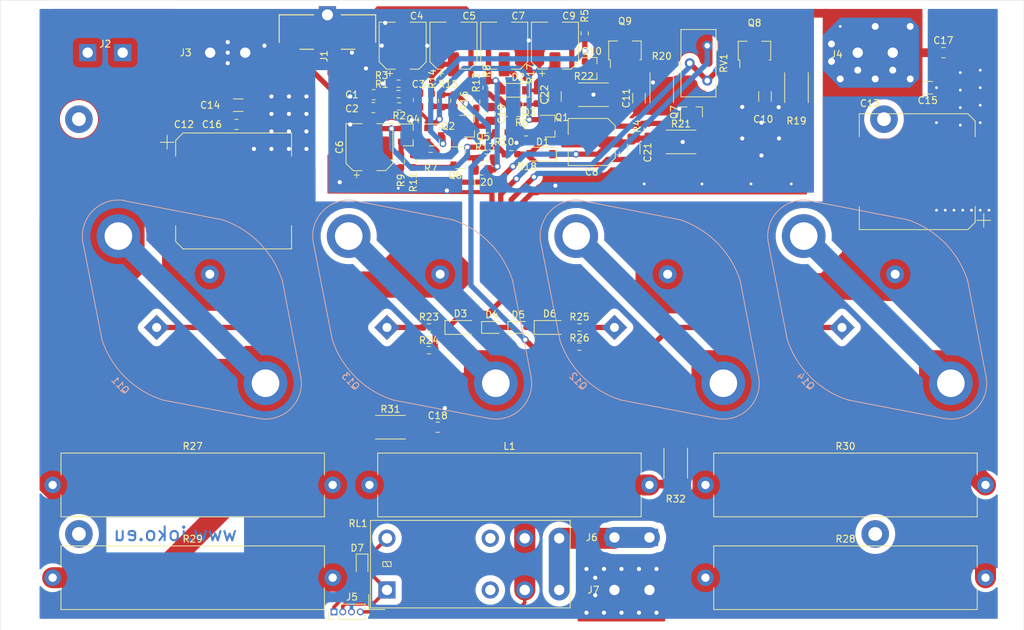
<source format=kicad_pcb>
(kicad_pcb (version 20171130) (host pcbnew "(5.1.10)-1")
  (layers (0 F.Cu signal) (31 B.Cu signal) (34 B.Paste user hide) (35 F.Paste user hide) (36 B.SilkS user) (37 F.SilkS user) (38 B.Mask user hide) (39 F.Mask user hide) (44 Edge.Cuts user))
  (net 0 "")
  (net 1 "Net-(C1-Pad2)")
  (net 2 "Net-(C1-Pad1)")
  (net 3 "Net-(C3-Pad2)")
  (net 4 "Net-(C3-Pad1)")
  (net 5 "Net-(Q10-Pad2)")
  (net 6 "Net-(Q5-Pad2)")
  (net 7 +VDC)
  (net 8 "Net-(Q11-Pad3)")
  (net 9 -VDC)
  (net 10 "Net-(Q13-Pad3)")
  (net 11 GND)
  (net 12 "Net-(D4-Pad2)")
  (net 13 "Net-(D3-Pad1)")
  (net 14 "Net-(D6-Pad2)")
  (net 15 "Net-(Q1-Pad2)")
  (net 16 "Net-(Q1-Pad3)")
  (net 17 "Net-(Q10-Pad1)")
  (net 18 "Net-(C7-Pad1)")
  (net 19 "Net-(Q3-Pad2)")
  (net 20 "Net-(Q3-Pad3)")
  (net 21 "Net-(Q4-Pad2)")
  (net 22 "Net-(Q5-Pad1)")
  (net 23 "Net-(Q7-Pad2)")
  (net 24 "Net-(Q7-Pad3)")
  (net 25 "Net-(C10-Pad1)")
  (net 26 "Net-(C11-Pad2)")
  (net 27 "Net-(Q10-Pad3)")
  (net 28 "Net-(D3-Pad2)")
  (net 29 "Net-(D5-Pad2)")
  (net 30 "Net-(Q2-Pad2)")
  (net 31 "Net-(C6-Pad2)")
  (net 32 "Net-(Q4-Pad3)")
  (net 33 "Net-(Q6-Pad2)")
  (net 34 "Net-(Q12-Pad1)")
  (net 35 "Net-(Q14-Pad1)")
  (net 36 "Net-(C5-Pad1)")
  (net 37 "Net-(D7-Pad2)")
  (net 38 "Net-(D7-Pad1)")
  (net 39 "Net-(Q13-Pad1)")
  (net 40 "Net-(Q11-Pad1)")
  (net 41 "Net-(C4-Pad2)")
  (net 42 "Net-(C18-Pad1)")
  (net 43 "Net-(J6-Pad1)")
  (net 44 "Net-(J5-Pad4)")
  (net 45 "Net-(Q12-Pad3)")
  (net 46 "Net-(Q14-Pad3)")
  (net 47 "Net-(C19-Pad2)")
  (net 48 "Net-(C20-Pad1)")
  (net 49 "Net-(RL1-Pad2)")
  (net 50 "Net-(RL1-Pad7)")
  (module Package_TO_SOT_THT:TO-3 (layer B.Cu) (at 112.268 66.548 315)
    (fp_text reference Q12 (at 1.8 9.25 315) (layer B.SilkS) (effects (justify mirror)))
    (fp_text value 2SJ50)
    (pad 3 thru_hole circle (at 16.9 -5.45 315) (size 6.35 6.35) (drill 4) (layers *.Cu *.Mask) (net 45 "Net-(Q12-Pad3)"))
    (pad 3 thru_hole circle (at -13.3 -5.45 315) (size 6.35 6.35) (drill 4) (layers *.Cu *.Mask) (net 45 "Net-(Q12-Pad3)"))
    (pad 2 thru_hole circle (at 0 -10.92 315) (size 2.6 2.6) (drill 1.3) (layers *.Cu *.Mask) (net 9 -VDC))
    (pad 1 thru_hole rect (at 0 0 315) (size 2.6 2.6) (drill 1.3) (layers *.Cu *.Mask) (net 34 "Net-(Q12-Pad1)"))
  )
  (module Resistor_SMD:R_0603_1608Metric_Pad0.98x0.95mm_HandSolder (layer F.Cu) (at 93.726 31.75 90)
    (fp_text reference R8 (at 2.413 0 90) (layer F.SilkS))
    (fp_text value 5K6)
    (pad 1 smd roundrect (at -0.9125 0 90) (size 0.975 0.95) (layers F.Cu F.Paste F.Mask) (net 19 "Net-(Q3-Pad2)"))
    (pad 2 smd roundrect (at 0.9125 0 90) (size 0.975 0.95) (layers F.Cu F.Paste F.Mask) (net 9 -VDC))
  )
  (module Capacitor_SMD:CP_Elec_6.3x7.7 (layer F.Cu) (at 108.966 39.624 180)
    (fp_text reference C8 (at 0 -4.35) (layer F.SilkS))
    (fp_text value 220uF)
    (pad 1 smd roundrect (at -2.7 0 180) (size 3.5 1.6) (layers F.Cu F.Paste F.Mask) (roundrect_rratio 0.15625) (net 7 +VDC))
    (pad 2 smd roundrect (at 2.7 0 180) (size 3.5 1.6) (layers F.Cu F.Paste F.Mask) (roundrect_rratio 0.15625) (net 25 "Net-(C10-Pad1)"))
  )
  (module Package_TO_SOT_THT:TO-3 (layer B.Cu) (at 145.288 66.548 315)
    (fp_text reference Q14 (at 1.8 9.25 315) (layer B.SilkS) (effects (justify mirror)))
    (fp_text value 2SJ50)
    (pad 3 thru_hole circle (at 16.9 -5.45 315) (size 6.35 6.35) (drill 4) (layers *.Cu *.Mask) (net 46 "Net-(Q14-Pad3)"))
    (pad 3 thru_hole circle (at -13.3 -5.45 315) (size 6.35 6.35) (drill 4) (layers *.Cu *.Mask) (net 46 "Net-(Q14-Pad3)"))
    (pad 2 thru_hole circle (at 0 -10.92 315) (size 2.6 2.6) (drill 1.3) (layers *.Cu *.Mask) (net 9 -VDC))
    (pad 1 thru_hole rect (at 0 0 315) (size 2.6 2.6) (drill 1.3) (layers *.Cu *.Mask) (net 35 "Net-(Q14-Pad1)"))
  )
  (module Capacitor_SMD:CP_Elec_16x17.5 (layer F.Cu) (at 156.21 43.942 180)
    (fp_text reference C13 (at 6.858 9.906) (layer F.SilkS))
    (fp_text value 100uF/80V)
    (pad 2 smd roundrect (at 6.25 0 180) (size 7.8 9.6) (layers F.Cu F.Paste F.Mask) (roundrect_rratio 0.03205089743589744) (net 9 -VDC))
    (pad 1 smd roundrect (at -6.25 0 180) (size 7.8 9.6) (layers F.Cu F.Paste F.Mask) (roundrect_rratio 0.03205089743589744) (net 11 GND))
  )
  (module Resistor_SMD:R_0603_1608Metric_Pad0.98x0.95mm_HandSolder (layer F.Cu) (at 107.95 23.876 90)
    (fp_text reference R5 (at 2.54 0 90) (layer F.SilkS))
    (fp_text value 6K8)
    (pad 2 smd roundrect (at 0.9125 0 90) (size 0.975 0.95) (layers F.Cu F.Paste F.Mask) (net 9 -VDC))
    (pad 1 smd roundrect (at -0.9125 0 90) (size 0.975 0.95) (layers F.Cu F.Paste F.Mask) (net 17 "Net-(Q10-Pad1)"))
  )
  (module Capacitor_SMD:CP_Elec_6.3x7.7 (layer F.Cu) (at 81.534 25.654 90)
    (fp_text reference C4 (at 4.318 2.032) (layer F.SilkS))
    (fp_text value 220uF)
    (pad 2 smd roundrect (at 2.7 0 90) (size 3.5 1.6) (layers F.Cu F.Paste F.Mask) (roundrect_rratio 0.15625) (net 41 "Net-(C4-Pad2)"))
    (pad 1 smd roundrect (at -2.7 0 90) (size 3.5 1.6) (layers F.Cu F.Paste F.Mask) (roundrect_rratio 0.15625) (net 3 "Net-(C3-Pad2)"))
  )
  (module Resistor_SMD:R_0603_1608Metric_Pad0.98x0.95mm_HandSolder (layer F.Cu) (at 81.0279 34.4678 180)
    (fp_text reference R2 (at 0.0019 -1.3462) (layer F.SilkS))
    (fp_text value 3K9)
    (pad 2 smd roundrect (at 0.9125 0 180) (size 0.975 0.95) (layers F.Cu F.Paste F.Mask) (net 2 "Net-(C1-Pad1)"))
    (pad 1 smd roundrect (at -0.9125 0 180) (size 0.975 0.95) (layers F.Cu F.Paste F.Mask) (net 4 "Net-(C3-Pad1)"))
  )
  (module Resistor_SMD:R_0603_1608Metric_Pad0.98x0.95mm_HandSolder (layer F.Cu) (at 80.9244 32.6898)
    (fp_text reference R1 (at -2.4384 -1.4478) (layer F.SilkS))
    (fp_text value 27K)
    (pad 1 smd roundrect (at -0.9125 0) (size 0.975 0.95) (layers F.Cu F.Paste F.Mask) (net 2 "Net-(C1-Pad1)"))
    (pad 2 smd roundrect (at 0.9125 0) (size 0.975 0.95) (layers F.Cu F.Paste F.Mask) (net 3 "Net-(C3-Pad2)"))
  )
  (module Resistor_SMD:R_0603_1608Metric_Pad0.98x0.95mm_HandSolder (layer F.Cu) (at 80.9244 31.1658 180)
    (fp_text reference R3 (at 2.4384 1.1938 180) (layer F.SilkS))
    (fp_text value 10R)
    (pad 1 smd roundrect (at -0.9125 0 180) (size 0.975 0.95) (layers F.Cu F.Paste F.Mask) (net 3 "Net-(C3-Pad2)"))
    (pad 2 smd roundrect (at 0.9125 0 180) (size 0.975 0.95) (layers F.Cu F.Paste F.Mask) (net 11 GND))
  )
  (module Capacitor_SMD:CP_Elec_6.3x7.7 (layer F.Cu) (at 88.9 25.654 90)
    (fp_text reference C5 (at 4.318 2.286 180) (layer F.SilkS))
    (fp_text value 220uF)
    (pad 1 smd roundrect (at -2.7 0 90) (size 3.5 1.6) (layers F.Cu F.Paste F.Mask) (roundrect_rratio 0.15625) (net 36 "Net-(C5-Pad1)"))
    (pad 2 smd roundrect (at 2.7 0 90) (size 3.5 1.6) (layers F.Cu F.Paste F.Mask) (roundrect_rratio 0.15625) (net 41 "Net-(C4-Pad2)"))
  )
  (module Package_TO_SOT_SMD:SOT-23 (layer F.Cu) (at 86.106 38.608)
    (fp_text reference Q2 (at 2.032 -1.27) (layer F.SilkS))
    (fp_text value BC856)
    (pad 3 smd rect (at 1 0) (size 0.9 0.8) (layers F.Cu F.Paste F.Mask) (net 17 "Net-(Q10-Pad1)"))
    (pad 2 smd rect (at -1 0.95) (size 0.9 0.8) (layers F.Cu F.Paste F.Mask) (net 30 "Net-(Q2-Pad2)"))
    (pad 1 smd rect (at -1 -0.95) (size 0.9 0.8) (layers F.Cu F.Paste F.Mask) (net 4 "Net-(C3-Pad1)"))
  )
  (module Resistor_SMD:R_0603_1608Metric_Pad0.98x0.95mm_HandSolder (layer F.Cu) (at 99.441 38.227)
    (fp_text reference R6 (at -0.635 -1.397) (layer F.SilkS))
    (fp_text value 150R)
    (pad 1 smd roundrect (at -0.9125 0) (size 0.975 0.95) (layers F.Cu F.Paste F.Mask) (net 20 "Net-(Q3-Pad3)"))
    (pad 2 smd roundrect (at 0.9125 0) (size 0.975 0.95) (layers F.Cu F.Paste F.Mask) (net 15 "Net-(Q1-Pad2)"))
  )
  (module Package_TO_SOT_SMD:SOT-23 (layer F.Cu) (at 102.87 37.338)
    (fp_text reference Q1 (at 1.778 -1.27) (layer F.SilkS))
    (fp_text value BC846)
    (pad 1 smd rect (at -1 -0.95) (size 0.9 0.8) (layers F.Cu F.Paste F.Mask) (net 4 "Net-(C3-Pad1)"))
    (pad 2 smd rect (at -1 0.95) (size 0.9 0.8) (layers F.Cu F.Paste F.Mask) (net 15 "Net-(Q1-Pad2)"))
    (pad 3 smd rect (at 1 0) (size 0.9 0.8) (layers F.Cu F.Paste F.Mask) (net 16 "Net-(Q1-Pad3)"))
  )
  (module Resistor_SMD:R_0603_1608Metric_Pad0.98x0.95mm_HandSolder (layer F.Cu) (at 93.726 41.91)
    (fp_text reference R13 (at -0.254 -1.524) (layer F.SilkS))
    (fp_text value 6K8)
    (pad 1 smd roundrect (at -0.9125 0) (size 0.975 0.95) (layers F.Cu F.Paste F.Mask) (net 48 "Net-(C20-Pad1)"))
    (pad 2 smd roundrect (at 0.9125 0) (size 0.975 0.95) (layers F.Cu F.Paste F.Mask) (net 9 -VDC))
  )
  (module Resistor_SMD:R_0603_1608Metric_Pad0.98x0.95mm_HandSolder (layer F.Cu) (at 92.202 33.782 270)
    (fp_text reference R12 (at -2.794 0 90) (layer F.SilkS))
    (fp_text value 6K8)
    (pad 1 smd roundrect (at -0.9125 0 270) (size 0.975 0.95) (layers F.Cu F.Paste F.Mask) (net 7 +VDC))
    (pad 2 smd roundrect (at 0.9125 0 270) (size 0.975 0.95) (layers F.Cu F.Paste F.Mask) (net 47 "Net-(C19-Pad2)"))
  )
  (module Resistor_SMD:R_0603_1608Metric_Pad0.98x0.95mm_HandSolder (layer F.Cu) (at 85.725 33.5515 90)
    (fp_text reference R14 (at 3.0715 0.127 90) (layer F.SilkS))
    (fp_text value 1K)
    (pad 2 smd roundrect (at 0.9125 0 90) (size 0.975 0.95) (layers F.Cu F.Paste F.Mask) (net 36 "Net-(C5-Pad1)"))
    (pad 1 smd roundrect (at -0.9125 0 90) (size 0.975 0.95) (layers F.Cu F.Paste F.Mask) (net 22 "Net-(Q5-Pad1)"))
  )
  (module Resistor_SMD:R_0603_1608Metric_Pad0.98x0.95mm_HandSolder (layer F.Cu) (at 89.027 33.655 270)
    (fp_text reference R16 (at 0 -1.43 90) (layer F.SilkS))
    (fp_text value 39K)
    (pad 2 smd roundrect (at 0.9125 0 270) (size 0.975 0.95) (layers F.Cu F.Paste F.Mask) (net 22 "Net-(Q5-Pad1)"))
    (pad 1 smd roundrect (at -0.9125 0 270) (size 0.975 0.95) (layers F.Cu F.Paste F.Mask) (net 12 "Net-(D4-Pad2)"))
  )
  (module Resistor_SMD:R_0603_1608Metric_Pad0.98x0.95mm_HandSolder (layer F.Cu) (at 87.249 33.655 270)
    (fp_text reference R15 (at -2.413 -0.889 180) (layer F.SilkS))
    (fp_text value 150K)
    (pad 1 smd roundrect (at -0.9125 0 270) (size 0.975 0.95) (layers F.Cu F.Paste F.Mask) (net 12 "Net-(D4-Pad2)"))
    (pad 2 smd roundrect (at 0.9125 0 270) (size 0.975 0.95) (layers F.Cu F.Paste F.Mask) (net 22 "Net-(Q5-Pad1)"))
  )
  (module Package_TO_SOT_SMD:SOT-23 (layer F.Cu) (at 97.409 35.179 270)
    (fp_text reference Q3 (at 0.127 -2.5 180) (layer F.SilkS))
    (fp_text value BC846)
    (pad 1 smd rect (at -1 -0.95 270) (size 0.9 0.8) (layers F.Cu F.Paste F.Mask) (net 18 "Net-(C7-Pad1)"))
    (pad 2 smd rect (at -1 0.95 270) (size 0.9 0.8) (layers F.Cu F.Paste F.Mask) (net 19 "Net-(Q3-Pad2)"))
    (pad 3 smd rect (at 1 0 270) (size 0.9 0.8) (layers F.Cu F.Paste F.Mask) (net 20 "Net-(Q3-Pad3)"))
  )
  (module Package_TO_SOT_SMD:SOT-23 (layer F.Cu) (at 89.916 41.91)
    (fp_text reference Q6 (at -0.762 2.54) (layer F.SilkS))
    (fp_text value BC856)
    (pad 3 smd rect (at 1 0) (size 0.9 0.8) (layers F.Cu F.Paste F.Mask) (net 48 "Net-(C20-Pad1)"))
    (pad 2 smd rect (at -1 0.95) (size 0.9 0.8) (layers F.Cu F.Paste F.Mask) (net 33 "Net-(Q6-Pad2)"))
    (pad 1 smd rect (at -1 -0.95) (size 0.9 0.8) (layers F.Cu F.Paste F.Mask) (net 22 "Net-(Q5-Pad1)"))
  )
  (module Package_TO_SOT_SMD:SOT-23 (layer F.Cu) (at 91.186 37.338)
    (fp_text reference Q5 (at 2.032 1.524) (layer F.SilkS))
    (fp_text value BC846)
    (pad 3 smd rect (at 1 0) (size 0.9 0.8) (layers F.Cu F.Paste F.Mask) (net 47 "Net-(C19-Pad2)"))
    (pad 2 smd rect (at -1 0.95) (size 0.9 0.8) (layers F.Cu F.Paste F.Mask) (net 6 "Net-(Q5-Pad2)"))
    (pad 1 smd rect (at -1 -0.95) (size 0.9 0.8) (layers F.Cu F.Paste F.Mask) (net 22 "Net-(Q5-Pad1)"))
  )
  (module Resistor_SMD:R_0603_1608Metric_Pad0.98x0.95mm_HandSolder (layer F.Cu) (at 100.965 33.147 270)
    (fp_text reference R17 (at -3.429 0.889 90) (layer F.SilkS))
    (fp_text value 2K2)
    (pad 2 smd roundrect (at 0.9125 0 270) (size 0.975 0.95) (layers F.Cu F.Paste F.Mask) (net 18 "Net-(C7-Pad1)"))
    (pad 1 smd roundrect (at -0.9125 0 270) (size 0.975 0.95) (layers F.Cu F.Paste F.Mask) (net 26 "Net-(C11-Pad2)"))
  )
  (module Resistor_SMD:R_0603_1608Metric_Pad0.98x0.95mm_HandSolder (layer F.Cu) (at 95.885 38.227)
    (fp_text reference R10 (at 0.381 1.397) (layer F.SilkS))
    (fp_text value 150R)
    (pad 2 smd roundrect (at 0.9125 0) (size 0.975 0.95) (layers F.Cu F.Paste F.Mask) (net 20 "Net-(Q3-Pad3)"))
    (pad 1 smd roundrect (at -0.9125 0) (size 0.975 0.95) (layers F.Cu F.Paste F.Mask) (net 6 "Net-(Q5-Pad2)"))
  )
  (module Package_TO_SOT_SMD:SOT-23 (layer F.Cu) (at 82.296 38.608)
    (fp_text reference Q4 (at 0.762 -2.286) (layer F.SilkS))
    (fp_text value BC856)
    (pad 1 smd rect (at -1 -0.95) (size 0.9 0.8) (layers F.Cu F.Paste F.Mask) (net 31 "Net-(C6-Pad2)"))
    (pad 2 smd rect (at -1 0.95) (size 0.9 0.8) (layers F.Cu F.Paste F.Mask) (net 21 "Net-(Q4-Pad2)"))
    (pad 3 smd rect (at 1 0) (size 0.9 0.8) (layers F.Cu F.Paste F.Mask) (net 32 "Net-(Q4-Pad3)"))
  )
  (module Resistor_SMD:R_0603_1608Metric_Pad0.98x0.95mm_HandSolder (layer F.Cu) (at 85.598 41.656)
    (fp_text reference R7 (at 0 1.778) (layer F.SilkS))
    (fp_text value 150R)
    (pad 1 smd roundrect (at -0.9125 0) (size 0.975 0.95) (layers F.Cu F.Paste F.Mask) (net 32 "Net-(Q4-Pad3)"))
    (pad 2 smd roundrect (at 0.9125 0) (size 0.975 0.95) (layers F.Cu F.Paste F.Mask) (net 30 "Net-(Q2-Pad2)"))
  )
  (module Resistor_SMD:R_0603_1608Metric_Pad0.98x0.95mm_HandSolder (layer F.Cu) (at 83.058 42.418 90)
    (fp_text reference R11 (at -3.048 0 90) (layer F.SilkS))
    (fp_text value 150R)
    (pad 2 smd roundrect (at 0.9125 0 90) (size 0.975 0.95) (layers F.Cu F.Paste F.Mask) (net 32 "Net-(Q4-Pad3)"))
    (pad 1 smd roundrect (at -0.9125 0 90) (size 0.975 0.95) (layers F.Cu F.Paste F.Mask) (net 33 "Net-(Q6-Pad2)"))
  )
  (module Diode_SMD:D_SOD-123 (layer F.Cu) (at 97.663 32.131 180)
    (fp_text reference D2 (at -0.635 1.905) (layer F.SilkS))
    (fp_text value 3V9)
    (pad 1 smd rect (at -1.65 0 180) (size 0.9 1.2) (layers F.Cu F.Paste F.Mask) (net 26 "Net-(C11-Pad2)"))
    (pad 2 smd rect (at 1.65 0 180) (size 0.9 1.2) (layers F.Cu F.Paste F.Mask) (net 9 -VDC))
  )
  (module Capacitor_SMD:CP_Elec_6.3x7.7 (layer F.Cu) (at 96.266 25.654 90)
    (fp_text reference C7 (at 4.318 2.032 180) (layer F.SilkS))
    (fp_text value 220uF)
    (pad 2 smd roundrect (at 2.7 0 90) (size 3.5 1.6) (layers F.Cu F.Paste F.Mask) (roundrect_rratio 0.15625) (net 9 -VDC))
    (pad 1 smd roundrect (at -2.7 0 90) (size 3.5 1.6) (layers F.Cu F.Paste F.Mask) (roundrect_rratio 0.15625) (net 18 "Net-(C7-Pad1)"))
  )
  (module Package_TO_SOT_THT:TO-3 (layer B.Cu) (at 79.248 66.548 315)
    (fp_text reference Q13 (at 1.8 9.25 315) (layer B.SilkS) (effects (justify mirror)))
    (fp_text value 2SK135)
    (pad 1 thru_hole rect (at 0 0 315) (size 2.6 2.6) (drill 1.3) (layers *.Cu *.Mask) (net 39 "Net-(Q13-Pad1)"))
    (pad 2 thru_hole circle (at 0 -10.92 315) (size 2.6 2.6) (drill 1.3) (layers *.Cu *.Mask) (net 7 +VDC))
    (pad 3 thru_hole circle (at -13.3 -5.45 315) (size 6.35 6.35) (drill 4) (layers *.Cu *.Mask) (net 10 "Net-(Q13-Pad3)"))
    (pad 3 thru_hole circle (at 16.9 -5.45 315) (size 6.35 6.35) (drill 4) (layers *.Cu *.Mask) (net 10 "Net-(Q13-Pad3)"))
  )
  (module Package_TO_SOT_SMD:SOT-89-3_Handsoldering (layer F.Cu) (at 113.792 26.6395 90)
    (fp_text reference Q9 (at 4.5415 0) (layer F.SilkS))
    (fp_text value BF620)
    (pad 2 smd custom (at -2.0625 0 90) (size 2.475 0.9) (layers F.Cu F.Paste F.Mask) (net 14 "Net-(D6-Pad2)") (options (clearance outline) (anchor rect)) (primitives (gr_poly (pts (xy 1.2375 -0.8665) (xy 5.3625 -0.8665) (xy 5.3625 0.8665) (xy 1.2375 0.8665)) (width 0))))
    (pad 3 smd rect (at -2.15 1.5 90) (size 2.3 0.9) (layers F.Cu F.Paste F.Mask) (net 26 "Net-(C11-Pad2)"))
    (pad 1 smd rect (at -2.15 -1.5 90) (size 2.3 0.9) (layers F.Cu F.Paste F.Mask) (net 27 "Net-(Q10-Pad3)"))
  )
  (module Package_TO_SOT_SMD:SOT-23 (layer F.Cu) (at 108.966 28.956)
    (fp_text reference Q10 (at 0 -2.5) (layer F.SilkS))
    (fp_text value BC850)
    (pad 3 smd rect (at 1 0) (size 0.9 0.8) (layers F.Cu F.Paste F.Mask) (net 27 "Net-(Q10-Pad3)"))
    (pad 2 smd rect (at -1 0.95) (size 0.9 0.8) (layers F.Cu F.Paste F.Mask) (net 5 "Net-(Q10-Pad2)"))
    (pad 1 smd rect (at -1 -0.95) (size 0.9 0.8) (layers F.Cu F.Paste F.Mask) (net 17 "Net-(Q10-Pad1)"))
  )
  (module Diode_SMD:D_SOD-123 (layer F.Cu) (at 89.916 66.548)
    (fp_text reference D3 (at 0 -2) (layer F.SilkS))
    (fp_text value 12V)
    (pad 2 smd rect (at 1.65 0) (size 0.9 1.2) (layers F.Cu F.Paste F.Mask) (net 28 "Net-(D3-Pad2)"))
    (pad 1 smd rect (at -1.65 0) (size 0.9 1.2) (layers F.Cu F.Paste F.Mask) (net 13 "Net-(D3-Pad1)"))
  )
  (module Resistor_SMD:R_0603_1608Metric_Pad0.98x0.95mm_HandSolder (layer F.Cu) (at 117.094 37.846 90)
    (fp_text reference R4 (at 0.508 -1.524 90) (layer F.SilkS))
    (fp_text value 6K8)
    (pad 1 smd roundrect (at -0.9125 0 90) (size 0.975 0.95) (layers F.Cu F.Paste F.Mask) (net 7 +VDC))
    (pad 2 smd roundrect (at 0.9125 0 90) (size 0.975 0.95) (layers F.Cu F.Paste F.Mask) (net 16 "Net-(Q1-Pad3)"))
  )
  (module Resistor_SMD:R_0603_1608Metric_Pad0.98x0.95mm_HandSolder (layer F.Cu) (at 81.28 42.418 90)
    (fp_text reference R9 (at -2.794 0 90) (layer F.SilkS))
    (fp_text value 5K6)
    (pad 2 smd roundrect (at 0.9125 0 90) (size 0.975 0.95) (layers F.Cu F.Paste F.Mask) (net 21 "Net-(Q4-Pad2)"))
    (pad 1 smd roundrect (at -0.9125 0 90) (size 0.975 0.95) (layers F.Cu F.Paste F.Mask) (net 7 +VDC))
  )
  (module Package_TO_SOT_SMD:SOT-89-3_Handsoldering (layer F.Cu) (at 132.588 26.67 90)
    (fp_text reference Q8 (at 4.318 0 180) (layer F.SilkS))
    (fp_text value BF621)
    (pad 1 smd rect (at -2.15 -1.5 90) (size 2.3 0.9) (layers F.Cu F.Paste F.Mask) (net 24 "Net-(Q7-Pad3)"))
    (pad 3 smd rect (at -2.15 1.5 90) (size 2.3 0.9) (layers F.Cu F.Paste F.Mask) (net 25 "Net-(C10-Pad1)"))
    (pad 2 smd custom (at -2.0625 0 90) (size 2.475 0.9) (layers F.Cu F.Paste F.Mask) (net 13 "Net-(D3-Pad1)") (options (clearance outline) (anchor rect)) (primitives (gr_poly (pts (xy 1.2375 -0.8665) (xy 5.3625 -0.8665) (xy 5.3625 0.8665) (xy 1.2375 0.8665)) (width 0))))
  )
  (module Package_TO_SOT_SMD:SOT-23 (layer F.Cu) (at 123.444 35.306 90)
    (fp_text reference Q7 (at 0 -2.5 90) (layer F.SilkS))
    (fp_text value BC860)
    (pad 1 smd rect (at -1 -0.95 90) (size 0.9 0.8) (layers F.Cu F.Paste F.Mask) (net 16 "Net-(Q1-Pad3)"))
    (pad 2 smd rect (at -1 0.95 90) (size 0.9 0.8) (layers F.Cu F.Paste F.Mask) (net 23 "Net-(Q7-Pad2)"))
    (pad 3 smd rect (at 1 0 90) (size 0.9 0.8) (layers F.Cu F.Paste F.Mask) (net 24 "Net-(Q7-Pad3)"))
  )
  (module Resistor_SMD:R_2512_6332Metric_Pad1.40x3.35mm_HandSolder (layer F.Cu) (at 138.684 31.75 270)
    (fp_text reference R19 (at 4.826 0 180) (layer F.SilkS))
    (fp_text value 10K)
    (pad 1 smd roundrect (at -3.05 0 270) (size 1.4 3.35) (layers F.Cu F.Paste F.Mask) (roundrect_rratio 0.1785707142857143) (net 25 "Net-(C10-Pad1)"))
    (pad 2 smd roundrect (at 3.05 0 270) (size 1.4 3.35) (layers F.Cu F.Paste F.Mask) (roundrect_rratio 0.1785707142857143) (net 11 GND))
  )
  (module Resistor_SMD:R_2512_6332Metric_Pad1.40x3.35mm_HandSolder (layer F.Cu) (at 121.92 39.624)
    (fp_text reference R21 (at 0 -2.62) (layer F.SilkS))
    (fp_text value 82R)
    (pad 1 smd roundrect (at -3.05 0) (size 1.4 3.35) (layers F.Cu F.Paste F.Mask) (roundrect_rratio 0.1785707142857143) (net 7 +VDC))
    (pad 2 smd roundrect (at 3.05 0) (size 1.4 3.35) (layers F.Cu F.Paste F.Mask) (roundrect_rratio 0.1785707142857143) (net 23 "Net-(Q7-Pad2)"))
  )
  (module Resistor_SMD:R_2512_6332Metric_Pad1.40x3.35mm_HandSolder (layer F.Cu) (at 119.126 31.75 90)
    (fp_text reference R20 (at 4.572 0 180) (layer F.SilkS))
    (fp_text value 10K)
    (pad 2 smd roundrect (at 3.05 0 90) (size 1.4 3.35) (layers F.Cu F.Paste F.Mask) (roundrect_rratio 0.1785707142857143) (net 26 "Net-(C11-Pad2)"))
    (pad 1 smd roundrect (at -3.05 0 90) (size 1.4 3.35) (layers F.Cu F.Paste F.Mask) (roundrect_rratio 0.1785707142857143) (net 11 GND))
  )
  (module Resistor_SMD:R_2512_6332Metric_Pad1.40x3.35mm_HandSolder (layer F.Cu) (at 109.22 32.766 180)
    (fp_text reference R22 (at 1.397 2.667) (layer F.SilkS))
    (fp_text value 82R)
    (pad 2 smd roundrect (at 3.05 0 180) (size 1.4 3.35) (layers F.Cu F.Paste F.Mask) (roundrect_rratio 0.1785707142857143) (net 9 -VDC))
    (pad 1 smd roundrect (at -3.05 0 180) (size 1.4 3.35) (layers F.Cu F.Paste F.Mask) (roundrect_rratio 0.1785707142857143) (net 5 "Net-(Q10-Pad2)"))
  )
  (module Diode_SMD:D_SOD-323F (layer F.Cu) (at 94.488 66.548)
    (fp_text reference D4 (at 0 -1.85) (layer F.SilkS))
    (fp_text value 1N4148)
    (pad 2 smd rect (at 1.1 0) (size 0.5 0.5) (layers F.Cu F.Paste F.Mask) (net 12 "Net-(D4-Pad2)"))
    (pad 1 smd rect (at -1.1 0) (size 0.5 0.5) (layers F.Cu F.Paste F.Mask) (net 28 "Net-(D3-Pad2)"))
  )
  (module Capacitor_SMD:C_1206_3216Metric_Pad1.33x1.80mm_HandSolder (layer F.Cu) (at 134.112 33.02 270)
    (fp_text reference C10 (at 3.302 0.254) (layer F.SilkS))
    (fp_text value 330nF)
    (pad 2 smd roundrect (at 1.5625 0 270) (size 1.325 1.8) (layers F.Cu F.Paste F.Mask) (roundrect_rratio 0.1886784905660377) (net 11 GND))
    (pad 1 smd roundrect (at -1.5625 0 270) (size 1.325 1.8) (layers F.Cu F.Paste F.Mask) (roundrect_rratio 0.1886784905660377) (net 25 "Net-(C10-Pad1)"))
  )
  (module Diode_SMD:D_SOD-123 (layer F.Cu) (at 102.87 66.548)
    (fp_text reference D6 (at 0 -2) (layer F.SilkS))
    (fp_text value 12V)
    (pad 1 smd rect (at -1.65 0) (size 0.9 1.2) (layers F.Cu F.Paste F.Mask) (net 29 "Net-(D5-Pad2)"))
    (pad 2 smd rect (at 1.65 0) (size 0.9 1.2) (layers F.Cu F.Paste F.Mask) (net 14 "Net-(D6-Pad2)"))
  )
  (module Diode_SMD:D_SOD-323F (layer F.Cu) (at 98.298 66.548)
    (fp_text reference D5 (at 0 -1.85) (layer F.SilkS))
    (fp_text value 1N4148)
    (pad 1 smd rect (at -1.1 0) (size 0.5 0.5) (layers F.Cu F.Paste F.Mask) (net 12 "Net-(D4-Pad2)"))
    (pad 2 smd rect (at 1.1 0) (size 0.5 0.5) (layers F.Cu F.Paste F.Mask) (net 29 "Net-(D5-Pad2)"))
  )
  (module Capacitor_SMD:CP_Elec_6.3x7.7 (layer F.Cu) (at 76.708 40.386 90)
    (fp_text reference C6 (at 0 -4.35 90) (layer F.SilkS))
    (fp_text value 220uF)
    (pad 1 smd roundrect (at -2.7 0 90) (size 3.5 1.6) (layers F.Cu F.Paste F.Mask) (roundrect_rratio 0.15625) (net 7 +VDC))
    (pad 2 smd roundrect (at 2.7 0 90) (size 3.5 1.6) (layers F.Cu F.Paste F.Mask) (roundrect_rratio 0.15625) (net 31 "Net-(C6-Pad2)"))
  )
  (module Diode_SMD:D_SOD-123 (layer F.Cu) (at 101.6 41.402 180)
    (fp_text reference D1 (at -0.254 1.778) (layer F.SilkS))
    (fp_text value 3V9)
    (pad 2 smd rect (at 1.65 0 180) (size 0.9 1.2) (layers F.Cu F.Paste F.Mask) (net 25 "Net-(C10-Pad1)"))
    (pad 1 smd rect (at -1.65 0 180) (size 0.9 1.2) (layers F.Cu F.Paste F.Mask) (net 7 +VDC))
  )
  (module Capacitor_SMD:C_1206_3216Metric_Pad1.33x1.80mm_HandSolder (layer F.Cu) (at 115.824 33.274 90)
    (fp_text reference C11 (at 0 -1.85 90) (layer F.SilkS))
    (fp_text value 330nF)
    (pad 1 smd roundrect (at -1.5625 0 90) (size 1.325 1.8) (layers F.Cu F.Paste F.Mask) (roundrect_rratio 0.1886784905660377) (net 11 GND))
    (pad 2 smd roundrect (at 1.5625 0 90) (size 1.325 1.8) (layers F.Cu F.Paste F.Mask) (roundrect_rratio 0.1886784905660377) (net 26 "Net-(C11-Pad2)"))
  )
  (module Capacitor_SMD:CP_Elec_6.3x7.7 (layer F.Cu) (at 103.632 25.654 90)
    (fp_text reference C9 (at 4.318 2.032 180) (layer F.SilkS))
    (fp_text value 220uF)
    (pad 2 smd roundrect (at 2.7 0 90) (size 3.5 1.6) (layers F.Cu F.Paste F.Mask) (roundrect_rratio 0.15625) (net 9 -VDC))
    (pad 1 smd roundrect (at -2.7 0 90) (size 3.5 1.6) (layers F.Cu F.Paste F.Mask) (roundrect_rratio 0.15625) (net 26 "Net-(C11-Pad2)"))
  )
  (module Resistor_SMD:R_0603_1608Metric_Pad0.98x0.95mm_HandSolder (layer F.Cu) (at 97.282 41.402 180)
    (fp_text reference R18 (at -2.286 -1.778) (layer F.SilkS))
    (fp_text value 2K2)
    (pad 1 smd roundrect (at -0.9125 0 180) (size 0.975 0.95) (layers F.Cu F.Paste F.Mask) (net 25 "Net-(C10-Pad1)"))
    (pad 2 smd roundrect (at 0.9125 0 180) (size 0.975 0.95) (layers F.Cu F.Paste F.Mask) (net 31 "Net-(C6-Pad2)"))
  )
  (module Potentiometer_THT:Potentiometer_Bourns_3296Y_Vertical (layer F.Cu) (at 125.73 30.734 270)
    (fp_text reference RV1 (at -2.54 -2.39 90) (layer F.SilkS))
    (fp_text value 220R)
    (pad 1 thru_hole circle (at 0 0 270) (size 1.44 1.44) (drill 0.8) (layers *.Cu *.Mask) (net 13 "Net-(D3-Pad1)"))
    (pad 2 thru_hole circle (at -2.54 2.54 270) (size 1.44 1.44) (drill 0.8) (layers *.Cu *.Mask) (net 13 "Net-(D3-Pad1)"))
    (pad 3 thru_hole circle (at -5.08 0 270) (size 1.44 1.44) (drill 0.8) (layers *.Cu *.Mask) (net 14 "Net-(D6-Pad2)"))
  )
  (module Resistor_THT:R_Axial_Power_L38.0mm_W9.0mm_P40.64mm (layer F.Cu) (at 125.476 102.87)
    (fp_text reference R28 (at 20.32 -5.62) (layer F.SilkS))
    (fp_text value R22)
    (pad 1 thru_hole circle (at 0 0) (size 2.4 2.4) (drill 1.2) (layers *.Cu *.Mask) (net 12 "Net-(D4-Pad2)"))
    (pad 2 thru_hole oval (at 40.64 0) (size 2.4 2.4) (drill 1.2) (layers *.Cu *.Mask) (net 45 "Net-(Q12-Pad3)"))
  )
  (module Resistor_SMD:R_2512_6332Metric_Pad1.40x3.35mm_HandSolder (layer F.Cu) (at 79.756 81.026)
    (fp_text reference R31 (at 0 -2.62) (layer F.SilkS))
    (fp_text value 10R)
    (pad 1 smd roundrect (at -3.05 0) (size 1.4 3.35) (layers F.Cu F.Paste F.Mask) (roundrect_rratio 0.1785707142857143) (net 12 "Net-(D4-Pad2)"))
    (pad 2 smd roundrect (at 3.05 0) (size 1.4 3.35) (layers F.Cu F.Paste F.Mask) (roundrect_rratio 0.1785707142857143) (net 42 "Net-(C18-Pad1)"))
  )
  (module Resistor_SMD:R_2512_6332Metric_Pad1.40x3.35mm_HandSolder (layer F.Cu) (at 121.158 86.233 90)
    (fp_text reference R32 (at -5.207 0 180) (layer F.SilkS))
    (fp_text value 1R)
    (pad 2 smd roundrect (at 3.05 0 90) (size 1.4 3.35) (layers F.Cu F.Paste F.Mask) (roundrect_rratio 0.1785707142857143) (net 12 "Net-(D4-Pad2)"))
    (pad 1 smd roundrect (at -3.05 0 90) (size 1.4 3.35) (layers F.Cu F.Paste F.Mask) (roundrect_rratio 0.1785707142857143) (net 44 "Net-(J5-Pad4)"))
  )
  (module Relay_THT:Relay_DPDT_Omron_G2RL (layer F.Cu) (at 79.248 104.648)
    (fp_text reference RL1 (at -4.191 -9.652 180) (layer F.SilkS))
    (fp_text value G2RL-24-DC24)
    (pad 1 thru_hole rect (at 0 0 90) (size 2.5 2.5) (drill 1.5) (layers *.Cu *.Mask) (net 37 "Net-(D7-Pad2)"))
    (pad 2 thru_hole oval (at 15 0 90) (size 2.5 2.5) (drill 1.5) (layers *.Cu *.Mask) (net 49 "Net-(RL1-Pad2)"))
    (pad 3 thru_hole oval (at 20 0 90) (size 2.5 2.5) (drill 1.5) (layers *.Cu *.Mask) (net 44 "Net-(J5-Pad4)"))
    (pad 4 thru_hole oval (at 25 0 90) (size 2.5 2.5) (drill 1.5) (layers *.Cu *.Mask) (net 43 "Net-(J6-Pad1)"))
    (pad 5 thru_hole oval (at 25 -7.5 90) (size 2.5 2.5) (drill 1.5) (layers *.Cu *.Mask) (net 43 "Net-(J6-Pad1)"))
    (pad 6 thru_hole oval (at 20 -7.5 90) (size 2.5 2.5) (drill 1.5) (layers *.Cu *.Mask) (net 44 "Net-(J5-Pad4)"))
    (pad 7 thru_hole oval (at 15 -7.5 90) (size 2.5 2.5) (drill 1.5) (layers *.Cu *.Mask) (net 50 "Net-(RL1-Pad7)"))
    (pad 8 thru_hole oval (at 0 -7.5 90) (size 2.5 2.5) (drill 1.5) (layers *.Cu *.Mask) (net 38 "Net-(D7-Pad1)"))
  )
  (module Resistor_SMD:R_0603_1608Metric_Pad0.98x0.95mm_HandSolder (layer F.Cu) (at 85.344 66.548)
    (fp_text reference R23 (at 0 -1.524) (layer F.SilkS))
    (fp_text value 220R)
    (pad 1 smd roundrect (at -0.9125 0) (size 0.975 0.95) (layers F.Cu F.Paste F.Mask) (net 39 "Net-(Q13-Pad1)"))
    (pad 2 smd roundrect (at 0.9125 0) (size 0.975 0.95) (layers F.Cu F.Paste F.Mask) (net 13 "Net-(D3-Pad1)"))
  )
  (module Resistor_SMD:R_0603_1608Metric_Pad0.98x0.95mm_HandSolder (layer F.Cu) (at 85.344 69.85)
    (fp_text reference R24 (at 0 -1.43) (layer F.SilkS))
    (fp_text value 220R)
    (pad 2 smd roundrect (at 0.9125 0) (size 0.975 0.95) (layers F.Cu F.Paste F.Mask) (net 13 "Net-(D3-Pad1)"))
    (pad 1 smd roundrect (at -0.9125 0) (size 0.975 0.95) (layers F.Cu F.Paste F.Mask) (net 40 "Net-(Q11-Pad1)"))
  )
  (module Resistor_SMD:R_0603_1608Metric_Pad0.98x0.95mm_HandSolder (layer F.Cu) (at 107.188 66.548 180)
    (fp_text reference R25 (at 0 1.524) (layer F.SilkS))
    (fp_text value 220R)
    (pad 1 smd roundrect (at -0.9125 0 180) (size 0.975 0.95) (layers F.Cu F.Paste F.Mask) (net 34 "Net-(Q12-Pad1)"))
    (pad 2 smd roundrect (at 0.9125 0 180) (size 0.975 0.95) (layers F.Cu F.Paste F.Mask) (net 14 "Net-(D6-Pad2)"))
  )
  (module Resistor_SMD:R_0603_1608Metric_Pad0.98x0.95mm_HandSolder (layer F.Cu) (at 107.188 69.342 180)
    (fp_text reference R26 (at 0 1.27) (layer F.SilkS))
    (fp_text value 220R)
    (pad 2 smd roundrect (at 0.9125 0 180) (size 0.975 0.95) (layers F.Cu F.Paste F.Mask) (net 14 "Net-(D6-Pad2)"))
    (pad 1 smd roundrect (at -0.9125 0 180) (size 0.975 0.95) (layers F.Cu F.Paste F.Mask) (net 35 "Net-(Q14-Pad1)"))
  )
  (module Resistor_THT:R_Axial_Power_L38.0mm_W9.0mm_P40.64mm (layer F.Cu) (at 30.734 89.408)
    (fp_text reference R27 (at 20.32 -5.62) (layer F.SilkS))
    (fp_text value R22)
    (pad 1 thru_hole circle (at 0 0) (size 2.4 2.4) (drill 1.2) (layers *.Cu *.Mask) (net 8 "Net-(Q11-Pad3)"))
    (pad 2 thru_hole oval (at 40.64 0) (size 2.4 2.4) (drill 1.2) (layers *.Cu *.Mask) (net 12 "Net-(D4-Pad2)"))
  )
  (module Resistor_THT:R_Axial_Power_L38.0mm_W9.0mm_P40.64mm (layer F.Cu) (at 30.734 102.87)
    (fp_text reference R29 (at 20.32 -5.62) (layer F.SilkS))
    (fp_text value R22)
    (pad 2 thru_hole oval (at 40.64 0) (size 2.4 2.4) (drill 1.2) (layers *.Cu *.Mask) (net 12 "Net-(D4-Pad2)"))
    (pad 1 thru_hole circle (at 0 0) (size 2.4 2.4) (drill 1.2) (layers *.Cu *.Mask) (net 10 "Net-(Q13-Pad3)"))
  )
  (module Resistor_THT:R_Axial_Power_L38.0mm_W9.0mm_P40.64mm (layer F.Cu) (at 125.476 89.408)
    (fp_text reference R30 (at 20.32 -5.62) (layer F.SilkS))
    (fp_text value R22)
    (pad 2 thru_hole oval (at 40.64 0) (size 2.4 2.4) (drill 1.2) (layers *.Cu *.Mask) (net 46 "Net-(Q14-Pad3)"))
    (pad 1 thru_hole circle (at 0 0) (size 2.4 2.4) (drill 1.2) (layers *.Cu *.Mask) (net 12 "Net-(D4-Pad2)"))
  )
  (module Package_TO_SOT_THT:TO-3 (layer B.Cu) (at 45.8216 66.548 315)
    (fp_text reference Q11 (at 2.201969 9.651969 315) (layer B.SilkS) (effects (justify mirror)))
    (fp_text value 2SK135)
    (pad 1 thru_hole rect (at 0 0 315) (size 2.6 2.6) (drill 1.3) (layers *.Cu *.Mask) (net 40 "Net-(Q11-Pad1)"))
    (pad 2 thru_hole circle (at 0 -10.92 315) (size 2.6 2.6) (drill 1.3) (layers *.Cu *.Mask) (net 7 +VDC))
    (pad 3 thru_hole circle (at -13.3 -5.45 315) (size 6.35 6.35) (drill 4) (layers *.Cu *.Mask) (net 8 "Net-(Q11-Pad3)"))
    (pad 3 thru_hole circle (at 16.9 -5.45 315) (size 6.35 6.35) (drill 4) (layers *.Cu *.Mask) (net 8 "Net-(Q11-Pad3)"))
  )
  (module Diode_SMD:D_SOD-323F (layer F.Cu) (at 75.6412 100.9396 270)
    (fp_text reference D7 (at -2.3876 0.7112 180) (layer F.SilkS))
    (fp_text value 1N4148)
    (pad 1 smd rect (at -1.1 0 270) (size 0.5 0.5) (layers F.Cu F.Paste F.Mask) (net 38 "Net-(D7-Pad1)"))
    (pad 2 smd rect (at 1.1 0 270) (size 0.5 0.5) (layers F.Cu F.Paste F.Mask) (net 37 "Net-(D7-Pad2)"))
  )
  (module Resistor_THT:R_Axial_Power_L38.0mm_W9.0mm_P40.64mm (layer F.Cu) (at 76.708 89.408)
    (fp_text reference L1 (at 20.32 -5.62) (layer F.SilkS))
    (fp_text value 2uH)
    (pad 1 thru_hole circle (at 0 0) (size 2.4 2.4) (drill 1.2) (layers *.Cu *.Mask) (net 12 "Net-(D4-Pad2)"))
    (pad 2 thru_hole oval (at 40.64 0) (size 2.4 2.4) (drill 1.2) (layers *.Cu *.Mask) (net 44 "Net-(J5-Pad4)"))
  )
  (module Capacitor_SMD:C_0805_2012Metric_Pad1.18x1.45mm_HandSolder (layer F.Cu) (at 86.614 81.026)
    (fp_text reference C18 (at 0 -1.68) (layer F.SilkS))
    (fp_text value 22nF)
    (pad 1 smd roundrect (at -1.0375 0) (size 1.175 1.45) (layers F.Cu F.Paste F.Mask) (roundrect_rratio 0.2127659574468085) (net 42 "Net-(C18-Pad1)"))
    (pad 2 smd roundrect (at 1.0375 0) (size 1.175 1.45) (layers F.Cu F.Paste F.Mask) (roundrect_rratio 0.2127659574468085) (net 11 GND))
  )
  (module ADCH-80A+:TERMINAL_250 (layer F.Cu) (at 112.268 97.028)
    (fp_text reference J6 (at -3.302 0) (layer F.SilkS))
    (fp_text value SPK_POS)
    (pad 1 thru_hole rect (at 0 0) (size 2.5 2.5) (drill 1.5) (layers *.Cu *.Mask) (net 43 "Net-(J6-Pad1)"))
    (pad 1 thru_hole rect (at 5.08 0) (size 2.5 2.5) (drill 1.5) (layers *.Cu *.Mask) (net 43 "Net-(J6-Pad1)"))
  )
  (module ADCH-80A+:TERMINAL_250 (layer F.Cu) (at 112.268 104.648)
    (fp_text reference J7 (at -3.048 0) (layer F.SilkS))
    (fp_text value SPK_NEG)
    (pad 1 thru_hole rect (at 5.08 0) (size 2.5 2.5) (drill 1.5) (layers *.Cu *.Mask) (net 11 GND))
    (pad 1 thru_hole rect (at 0 0) (size 2.5 2.5) (drill 1.5) (layers *.Cu *.Mask) (net 11 GND))
  )
  (module Capacitor_SMD:CP_Elec_16x17.5 (layer F.Cu) (at 56.996 46.736)
    (fp_text reference C12 (at -7.212 -9.652) (layer F.SilkS))
    (fp_text value 100uF/80V)
    (pad 1 smd roundrect (at -6.25 0) (size 7.8 9.6) (layers F.Cu F.Paste F.Mask) (roundrect_rratio 0.03205089743589744) (net 7 +VDC))
    (pad 2 smd roundrect (at 6.25 0) (size 7.8 9.6) (layers F.Cu F.Paste F.Mask) (roundrect_rratio 0.03205089743589744) (net 11 GND))
  )
  (module Capacitor_SMD:C_1206_3216Metric_Pad1.33x1.80mm_HandSolder (layer F.Cu) (at 57.658 34.29)
    (fp_text reference C14 (at -4.064 0) (layer F.SilkS))
    (fp_text value 330nF)
    (pad 2 smd roundrect (at 1.5625 0) (size 1.325 1.8) (layers F.Cu F.Paste F.Mask) (roundrect_rratio 0.1886784905660377) (net 11 GND))
    (pad 1 smd roundrect (at -1.5625 0) (size 1.325 1.8) (layers F.Cu F.Paste F.Mask) (roundrect_rratio 0.1886784905660377) (net 7 +VDC))
  )
  (module Capacitor_SMD:C_1206_3216Metric_Pad1.33x1.80mm_HandSolder (layer F.Cu) (at 157.734 31.75 180)
    (fp_text reference C15 (at 0 -1.85) (layer F.SilkS))
    (fp_text value 330nF)
    (pad 1 smd roundrect (at -1.5625 0 180) (size 1.325 1.8) (layers F.Cu F.Paste F.Mask) (roundrect_rratio 0.1886784905660377) (net 11 GND))
    (pad 2 smd roundrect (at 1.5625 0 180) (size 1.325 1.8) (layers F.Cu F.Paste F.Mask) (roundrect_rratio 0.1886784905660377) (net 9 -VDC))
  )
  (module Capacitor_SMD:C_0805_2012Metric_Pad1.18x1.45mm_HandSolder (layer F.Cu) (at 57.404 37.084)
    (fp_text reference C16 (at -3.556 0) (layer F.SilkS))
    (fp_text value 10nF)
    (pad 2 smd roundrect (at 1.0375 0) (size 1.175 1.45) (layers F.Cu F.Paste F.Mask) (roundrect_rratio 0.2127659574468085) (net 11 GND))
    (pad 1 smd roundrect (at -1.0375 0) (size 1.175 1.45) (layers F.Cu F.Paste F.Mask) (roundrect_rratio 0.2127659574468085) (net 7 +VDC))
  )
  (module Capacitor_SMD:C_0805_2012Metric_Pad1.18x1.45mm_HandSolder (layer F.Cu) (at 160.02 26.67 180)
    (fp_text reference C17 (at 0.0215 1.778) (layer F.SilkS))
    (fp_text value 10nF)
    (pad 1 smd roundrect (at -1.0375 0 180) (size 1.175 1.45) (layers F.Cu F.Paste F.Mask) (roundrect_rratio 0.2127659574468085) (net 11 GND))
    (pad 2 smd roundrect (at 1.0375 0 180) (size 1.175 1.45) (layers F.Cu F.Paste F.Mask) (roundrect_rratio 0.2127659574468085) (net 9 -VDC))
  )
  (module ADCH-80A+:TERMINAL_250 (layer F.Cu) (at 35.814 26.67)
    (fp_text reference J2 (at 2.54 -1.27) (layer F.SilkS))
    (fp_text value +VDC)
    (pad 1 thru_hole rect (at 0 0) (size 2.5 2.5) (drill 1.5) (layers *.Cu *.Mask) (net 7 +VDC))
    (pad 1 thru_hole rect (at 5.08 0) (size 2.5 2.5) (drill 1.5) (layers *.Cu *.Mask) (net 7 +VDC))
  )
  (module ADCH-80A+:TERMINAL_250 (layer F.Cu) (at 53.594 26.67)
    (fp_text reference J3 (at -3.556 0) (layer F.SilkS))
    (fp_text value COM)
    (pad 1 thru_hole rect (at 0 0) (size 2.5 2.5) (drill 1.5) (layers *.Cu *.Mask) (net 11 GND))
    (pad 1 thru_hole rect (at 5.08 0) (size 2.5 2.5) (drill 1.5) (layers *.Cu *.Mask) (net 11 GND))
  )
  (module ADCH-80A+:TERMINAL_250 (layer F.Cu) (at 147.574 26.67)
    (fp_text reference J4 (at -3.048 0.254) (layer F.SilkS))
    (fp_text value -VDC)
    (pad 1 thru_hole rect (at 5.08 0) (size 2.5 2.5) (drill 1.5) (layers *.Cu *.Mask) (net 9 -VDC))
    (pad 1 thru_hole rect (at 0 0) (size 2.5 2.5) (drill 1.5) (layers *.Cu *.Mask) (net 9 -VDC))
  )
  (module ADCH-80A+:RCJ (layer F.Cu) (at 70.612 27.178 270)
    (fp_text reference J1 (at 0 0.5 90) (layer F.SilkS))
    (fp_text value AUDIO_IN)
    (pad 1 smd rect (at 0 -6 270) (size 2.5 2.5) (layers F.Cu F.Paste F.Mask) (net 11 GND))
    (pad 2 smd rect (at 0 0 270) (size 2.5 2.5) (layers F.Cu F.Paste F.Mask) (net 1 "Net-(C1-Pad2)"))
    (pad 1 thru_hole rect (at -6 0 270) (size 2.5 2.5) (drill 1.6) (layers *.Cu *.Mask) (net 11 GND))
    (pad 1 smd rect (at 0 6 270) (size 2.5 2.5) (layers F.Cu F.Paste F.Mask) (net 11 GND))
  )
  (module Connector_PinHeader_1.27mm:PinHeader_1x04_P1.27mm_Vertical (layer F.Cu) (at 71.5645 107.823 90)
    (fp_text reference J5 (at 2.159 2.6035) (layer F.SilkS))
    (fp_text value OUT_CTL)
    (pad 1 thru_hole rect (at 0 0 90) (size 1 1) (drill 0.65) (layers *.Cu *.Mask) (net 38 "Net-(D7-Pad1)"))
    (pad 2 thru_hole oval (at 0 1.27 90) (size 1 1) (drill 0.65) (layers *.Cu *.Mask) (net 37 "Net-(D7-Pad2)"))
    (pad 3 thru_hole oval (at 0 2.54 90) (size 1 1) (drill 0.65) (layers *.Cu *.Mask) (net 11 GND))
    (pad 4 thru_hole oval (at 0 3.81 90) (size 1 1) (drill 0.65) (layers *.Cu *.Mask) (net 44 "Net-(J5-Pad4)"))
  )
  (module Resistor_SMD:R_0805_2012Metric_Pad1.20x1.40mm_HandSolder (layer F.Cu) (at 77.3176 32.766 180)
    (fp_text reference C1 (at 3.1496 0) (layer F.SilkS))
    (fp_text value 820nF)
    (pad 2 smd roundrect (at 1 0 180) (size 1.2 1.4) (layers F.Cu F.Paste F.Mask) (roundrect_rratio 0.2083325) (net 1 "Net-(C1-Pad2)"))
    (pad 1 smd roundrect (at -1 0 180) (size 1.2 1.4) (layers F.Cu F.Paste F.Mask) (roundrect_rratio 0.2083325) (net 2 "Net-(C1-Pad1)"))
  )
  (module Resistor_SMD:R_0805_2012Metric_Pad1.20x1.40mm_HandSolder (layer F.Cu) (at 77.2668 34.6456 180)
    (fp_text reference C2 (at 3.0988 -0.1524) (layer F.SilkS))
    (fp_text value 820nF)
    (pad 1 smd roundrect (at -1 0 180) (size 1.2 1.4) (layers F.Cu F.Paste F.Mask) (roundrect_rratio 0.2083325) (net 2 "Net-(C1-Pad1)"))
    (pad 2 smd roundrect (at 1 0 180) (size 1.2 1.4) (layers F.Cu F.Paste F.Mask) (roundrect_rratio 0.2083325) (net 1 "Net-(C1-Pad2)"))
  )
  (module Resistor_SMD:R_0805_2012Metric_Pad1.20x1.40mm_HandSolder (layer F.Cu) (at 83.82 33.544 90)
    (fp_text reference C3 (at 2.302 0 180) (layer F.SilkS))
    (fp_text value 220pF)
    (pad 1 smd roundrect (at -1 0 90) (size 1.2 1.4) (layers F.Cu F.Paste F.Mask) (roundrect_rratio 0.2083325) (net 4 "Net-(C3-Pad1)"))
    (pad 2 smd roundrect (at 1 0 90) (size 1.2 1.4) (layers F.Cu F.Paste F.Mask) (roundrect_rratio 0.2083325) (net 3 "Net-(C3-Pad2)"))
  )
  (module Resistor_SMD:R_0805_2012Metric_Pad1.20x1.40mm_HandSolder (layer F.Cu) (at 94.234 35.56 270)
    (fp_text reference C19 (at 0 -1.65 90) (layer F.SilkS))
    (fp_text value 22pF)
    (pad 1 smd roundrect (at -1 0 270) (size 1.2 1.4) (layers F.Cu F.Paste F.Mask) (roundrect_rratio 0.208333) (net 7 +VDC))
    (pad 2 smd roundrect (at 1 0 270) (size 1.2 1.4) (layers F.Cu F.Paste F.Mask) (roundrect_rratio 0.208333) (net 47 "Net-(C19-Pad2)"))
  )
  (module Resistor_SMD:R_0805_2012Metric_Pad1.20x1.40mm_HandSolder (layer F.Cu) (at 92.98 43.688)
    (fp_text reference C20 (at 0.238 1.778) (layer F.SilkS))
    (fp_text value 22pF)
    (pad 2 smd roundrect (at 1 0) (size 1.2 1.4) (layers F.Cu F.Paste F.Mask) (roundrect_rratio 0.208333) (net 9 -VDC))
    (pad 1 smd roundrect (at -1 0) (size 1.2 1.4) (layers F.Cu F.Paste F.Mask) (roundrect_rratio 0.208333) (net 48 "Net-(C20-Pad1)"))
  )
  (module Capacitor_SMD:C_1206_3216Metric_Pad1.33x1.80mm_HandSolder (layer F.Cu) (at 115.062 40.64 270)
    (fp_text reference C21 (at 0.508 -2.032 90) (layer F.SilkS))
    (fp_text value 330nF)
    (pad 1 smd roundrect (at -1.5625 0 270) (size 1.325 1.8) (layers F.Cu F.Paste F.Mask) (roundrect_rratio 0.188679) (net 7 +VDC))
    (pad 2 smd roundrect (at 1.5625 0 270) (size 1.325 1.8) (layers F.Cu F.Paste F.Mask) (roundrect_rratio 0.188679) (net 25 "Net-(C10-Pad1)"))
  )
  (module Capacitor_SMD:C_1206_3216Metric_Pad1.33x1.80mm_HandSolder (layer F.Cu) (at 103.632 33.02 90)
    (fp_text reference C22 (at 0.254 -1.524 90) (layer F.SilkS))
    (fp_text value 330nF)
    (pad 2 smd roundrect (at 1.5625 0 90) (size 1.325 1.8) (layers F.Cu F.Paste F.Mask) (roundrect_rratio 0.188679) (net 9 -VDC))
    (pad 1 smd roundrect (at -1.5625 0 90) (size 1.325 1.8) (layers F.Cu F.Paste F.Mask) (roundrect_rratio 0.188679) (net 26 "Net-(C11-Pad2)"))
  )
  (gr_line (start 171.6786 19.05) (end 171.704 19.05) (layer Edge.Cuts) (width 0.05))
  (gr_line (start 171.704 19.0754) (end 171.6786 19.05) (layer Edge.Cuts) (width 0.05))
  (gr_line (start 171.704 110.49) (end 171.704 19.0754) (layer Edge.Cuts) (width 0.05))
  (gr_line (start 23.114 19.05) (end 23.114 110.49) (layer Edge.Cuts) (width 0.05))
  (gr_line (start 23.114 110.49) (end 171.704 110.49) (layer Edge.Cuts) (width 0.05))
  (gr_line (start 23.114 19.05) (end 171.704 19.05) (layer Edge.Cuts) (width 0.05))
  (gr_text "CAmp v0.1" (at 146.304 106.68) (layer F.Cu) (effects (font (size 1.5 1.5) (thickness 0.3))))
  (gr_text www.ioko.eu (at 146.304 102.87) (layer F.Cu) (effects (font (size 2 2) (thickness 0.3))))
  (gr_text www.ioko.eu (at 48.514 96.52) (layer B.Cu) (effects (font (size 2 2) (thickness 0.3)) (justify mirror)))
  (via (at 34.544 96.52) (size 4) (drill 2) (layers F.Cu B.Cu) (net 0))
  (via (at 150.114 96.52) (size 4) (drill 2) (layers F.Cu B.Cu) (net 0))
  (via (at 34.544 36.322) (size 4) (drill 2) (layers F.Cu B.Cu) (net 0))
  (via (at 151.384 36.322) (size 4) (drill 2) (layers F.Cu B.Cu) (net 0))
  (segment (start 76.3176 34.5948) (end 76.2668 34.6456) (width 0.762) (layer F.Cu) (net 1))
  (segment (start 76.3176 32.766) (end 76.3176 34.5948) (width 0.762) (layer F.Cu) (net 1))
  (segment (start 76.2 32.766) (end 70.612 27.178) (width 0.762) (layer F.Cu) (net 1))
  (segment (start 76.3176 32.766) (end 76.2 32.766) (width 0.762) (layer F.Cu) (net 1))
  (segment (start 79.9357 32.766) (end 80.0119 32.6898) (width 1.27) (layer F.Cu) (net 2))
  (segment (start 78.3176 32.766) (end 79.9357 32.766) (width 0.762) (layer F.Cu) (net 2))
  (segment (start 80.0119 34.3643) (end 80.1154 34.4678) (width 0.762) (layer F.Cu) (net 2))
  (segment (start 80.0119 32.6898) (end 80.0119 34.3643) (width 0.762) (layer F.Cu) (net 2))
  (segment (start 78.4446 34.4678) (end 78.2668 34.6456) (width 0.762) (layer F.Cu) (net 2))
  (segment (start 80.1154 34.4678) (end 78.4446 34.4678) (width 0.762) (layer F.Cu) (net 2))
  (segment (start 78.2668 32.8168) (end 78.3176 32.766) (width 0.762) (layer F.Cu) (net 2))
  (segment (start 78.2668 34.6456) (end 78.2668 32.8168) (width 0.762) (layer F.Cu) (net 2))
  (segment (start 81.8369 31.1658) (end 81.8369 32.6898) (width 0.762) (layer F.Cu) (net 3))
  (segment (start 81.9827 32.544) (end 81.8369 32.6898) (width 0.508) (layer F.Cu) (net 3))
  (segment (start 83.82 32.544) (end 81.9827 32.544) (width 0.508) (layer F.Cu) (net 3))
  (segment (start 81.8369 28.6569) (end 81.534 28.354) (width 0.508) (layer F.Cu) (net 3))
  (segment (start 81.8369 31.1658) (end 81.8369 28.6569) (width 0.508) (layer F.Cu) (net 3))
  (segment (start 85.106 37.658) (end 85.106 36.846) (width 0.762) (layer F.Cu) (net 4))
  (segment (start 101.87 36.388) (end 99.888 36.388) (width 0.762) (layer F.Cu) (net 4))
  (segment (start 85.106 36.846) (end 86.344 36.846) (width 0.762) (layer F.Cu) (net 4))
  (segment (start 86.344 36.846) (end 86.741 36.449) (width 0.762) (layer F.Cu) (net 4))
  (segment (start 86.741 36.449) (end 86.868 36.322) (width 0.762) (layer F.Cu) (net 4))
  (via (at 86.868 36.322) (size 1) (drill 0.6) (layers F.Cu B.Cu) (net 4))
  (via (at 99.888 36.388) (size 1) (drill 0.6) (layers F.Cu B.Cu) (net 4))
  (segment (start 99.888 33.34) (end 99.888 36.388) (width 0.762) (layer B.Cu) (net 4))
  (segment (start 99.888 30.292) (end 99.888 33.34) (width 0.762) (layer B.Cu) (net 4))
  (segment (start 98.552 28.956) (end 99.888 30.292) (width 0.762) (layer B.Cu) (net 4))
  (segment (start 90.424 28.956) (end 98.552 28.956) (width 0.762) (layer B.Cu) (net 4))
  (segment (start 86.868 32.512) (end 90.424 28.956) (width 0.762) (layer B.Cu) (net 4))
  (segment (start 86.868 36.322) (end 86.868 32.512) (width 0.762) (layer B.Cu) (net 4))
  (segment (start 83.7438 34.4678) (end 83.82 34.544) (width 0.508) (layer F.Cu) (net 4))
  (segment (start 81.9404 34.4678) (end 83.7438 34.4678) (width 0.508) (layer F.Cu) (net 4))
  (segment (start 85.106 37.658) (end 85.106 36.338) (width 0.508) (layer F.Cu) (net 4))
  (segment (start 83.82 35.052) (end 83.82 34.544) (width 0.508) (layer F.Cu) (net 4))
  (segment (start 85.106 36.338) (end 83.82 35.052) (width 0.508) (layer F.Cu) (net 4))
  (segment (start 107.966 29.906) (end 107.966 29.988) (width 0.762) (layer F.Cu) (net 5))
  (segment (start 107.966 29.988) (end 108.966 30.988) (width 0.762) (layer F.Cu) (net 5))
  (segment (start 110.492 30.988) (end 112.27 32.766) (width 0.762) (layer F.Cu) (net 5))
  (segment (start 108.966 30.988) (end 110.492 30.988) (width 0.762) (layer F.Cu) (net 5))
  (segment (start 94.3375 38.862) (end 94.9725 38.227) (width 0.762) (layer F.Cu) (net 6))
  (segment (start 91.186 38.862) (end 94.3375 38.862) (width 0.762) (layer F.Cu) (net 6))
  (segment (start 90.612 38.288) (end 91.186 38.862) (width 0.762) (layer F.Cu) (net 6))
  (segment (start 90.186 38.288) (end 90.612 38.288) (width 0.762) (layer F.Cu) (net 6))
  (segment (start 50.746 56.029188) (end 53.543206 58.826394) (width 3.048) (layer F.Cu) (net 7))
  (segment (start 50.746 46.736) (end 50.746 56.029188) (width 3.048) (layer F.Cu) (net 7))
  (segment (start 117.2425 38.7585) (end 118.108 39.624) (width 0.762) (layer F.Cu) (net 7))
  (segment (start 76.9525 43.3305) (end 76.708 43.086) (width 0.762) (layer F.Cu) (net 7))
  (segment (start 81.28 43.3305) (end 76.9525 43.3305) (width 0.762) (layer F.Cu) (net 7))
  (segment (start 35.814 26.67) (end 40.894 26.67) (width 0.762) (layer F.Cu) (net 7))
  (segment (start 56.0955 36.813) (end 56.3665 37.084) (width 0.762) (layer F.Cu) (net 7))
  (segment (start 56.0955 34.29) (end 56.0955 36.813) (width 0.762) (layer F.Cu) (net 7))
  (segment (start 56.3665 41.1155) (end 50.746 46.736) (width 0.762) (layer F.Cu) (net 7))
  (segment (start 56.3665 37.084) (end 56.3665 41.1155) (width 0.762) (layer F.Cu) (net 7))
  (segment (start 48.514 34.29) (end 40.894 26.67) (width 0.762) (layer F.Cu) (net 7))
  (segment (start 56.0955 34.29) (end 48.514 34.29) (width 0.762) (layer F.Cu) (net 7))
  (segment (start 74.074 43.086) (end 76.708 43.086) (width 0.762) (layer F.Cu) (net 7))
  (segment (start 71.628 40.64) (end 74.074 43.086) (width 0.762) (layer F.Cu) (net 7))
  (segment (start 111.666 39.624) (end 114.9585 39.624) (width 0.762) (layer F.Cu) (net 7))
  (segment (start 109.888 41.402) (end 111.666 39.624) (width 0.762) (layer F.Cu) (net 7))
  (segment (start 103.25 41.402) (end 109.888 41.402) (width 0.762) (layer F.Cu) (net 7))
  (via (at 97.536 43.18) (size 1) (drill 0.6) (layers F.Cu B.Cu) (net 7))
  (segment (start 97.536 43.18) (end 99.314 41.402) (width 0.762) (layer B.Cu) (net 7))
  (segment (start 99.314 41.402) (end 106.68 41.402) (width 0.762) (layer B.Cu) (net 7))
  (via (at 106.68 41.402) (size 1) (drill 0.6) (layers F.Cu B.Cu) (net 7))
  (segment (start 71.628 36.322) (end 71.628 32.512) (width 0.762) (layer F.Cu) (net 7))
  (segment (start 71.628 36.322) (end 71.628 40.64) (width 0.762) (layer F.Cu) (net 7))
  (segment (start 68.072 28.956) (end 68.072 24.384) (width 0.762) (layer F.Cu) (net 7))
  (segment (start 71.628 32.512) (end 68.072 28.956) (width 0.762) (layer F.Cu) (net 7))
  (segment (start 40.894 26.67) (end 45.974 21.59) (width 1.27) (layer F.Cu) (net 7))
  (segment (start 46.228 21.844) (end 65.532 21.844) (width 1.27) (layer F.Cu) (net 7))
  (segment (start 45.974 21.59) (end 46.228 21.844) (width 1.27) (layer F.Cu) (net 7))
  (segment (start 65.532 21.844) (end 68.072 24.384) (width 1.27) (layer F.Cu) (net 7))
  (segment (start 86.969606 58.826394) (end 79.222606 58.826394) (width 3.048) (layer F.Cu) (net 7))
  (segment (start 79.222606 58.826394) (end 77.724 60.325) (width 3.048) (layer F.Cu) (net 7))
  (segment (start 55.041812 60.325) (end 53.543206 58.826394) (width 3.048) (layer F.Cu) (net 7))
  (segment (start 77.724 60.325) (end 55.041812 60.325) (width 3.048) (layer F.Cu) (net 7))
  (segment (start 117.9595 39.624) (end 117.094 38.7585) (width 0.762) (layer F.Cu) (net 7))
  (segment (start 118.87 39.624) (end 117.9595 39.624) (width 0.762) (layer F.Cu) (net 7))
  (segment (start 116.775 39.0775) (end 117.094 38.7585) (width 0.762) (layer F.Cu) (net 7))
  (segment (start 115.062 39.0775) (end 116.775 39.0775) (width 0.762) (layer F.Cu) (net 7))
  (segment (start 82.296 45.466) (end 95.25 45.466) (width 0.762) (layer F.Cu) (net 7))
  (segment (start 95.25 45.466) (end 97.536 43.18) (width 0.762) (layer F.Cu) (net 7))
  (segment (start 81.28 44.45) (end 82.296 45.466) (width 0.762) (layer F.Cu) (net 7))
  (segment (start 81.28 43.3305) (end 81.28 44.45) (width 0.762) (layer F.Cu) (net 7))
  (segment (start 73.914 24.384) (end 77.978 20.32) (width 0.762) (layer F.Cu) (net 7))
  (segment (start 68.072 24.384) (end 73.914 24.384) (width 0.762) (layer F.Cu) (net 7))
  (segment (start 92.202 32.8695) (end 92.0515 32.8695) (width 0.762) (layer F.Cu) (net 7))
  (segment (start 92.0515 32.8695) (end 91.44 32.258) (width 0.762) (layer F.Cu) (net 7))
  (segment (start 91.44 21.082) (end 90.678 20.32) (width 0.762) (layer F.Cu) (net 7))
  (segment (start 91.44 32.258) (end 91.44 21.082) (width 0.762) (layer F.Cu) (net 7))
  (segment (start 77.978 20.32) (end 90.678 20.32) (width 0.762) (layer F.Cu) (net 7))
  (segment (start 93.8925 34.56) (end 92.202 32.8695) (width 0.762) (layer F.Cu) (net 7))
  (segment (start 94.234 34.56) (end 93.8925 34.56) (width 0.762) (layer F.Cu) (net 7))
  (segment (start 30.734 62.82656) (end 40.270812 53.289748) (width 3.048) (layer F.Cu) (net 8))
  (segment (start 30.734 89.408) (end 30.734 62.82656) (width 3.048) (layer F.Cu) (net 8))
  (segment (start 45.497627 74.644373) (end 30.734 89.408) (width 3.048) (layer F.Cu) (net 8))
  (segment (start 61.625437 74.644373) (end 45.497627 74.644373) (width 3.048) (layer F.Cu) (net 8))
  (segment (start 40.270812 53.289748) (end 61.625437 74.644373) (width 3.048) (layer B.Cu) (net 8))
  (segment (start 158.9825 26.67) (end 152.654 26.67) (width 1.27) (layer F.Cu) (net 9))
  (via (at 155.194 22.86) (size 1.4) (drill 1) (layers F.Cu B.Cu) (net 9))
  (via (at 150.114 22.86) (size 1.4) (drill 1) (layers F.Cu B.Cu) (net 9))
  (via (at 150.114 30.48) (size 1.4) (drill 1) (layers F.Cu B.Cu) (net 9))
  (via (at 155.194 30.48) (size 1.4) (drill 1) (layers F.Cu B.Cu) (net 9))
  (via (at 145.034 30.48) (size 1.4) (drill 1) (layers F.Cu B.Cu) (net 9))
  (via (at 143.764 25.4) (size 1.4) (drill 1) (layers F.Cu B.Cu) (net 9))
  (via (at 143.764 27.94) (size 1.4) (drill 1) (layers F.Cu B.Cu) (net 9))
  (via (at 152.654 29.21) (size 1.4) (drill 1) (layers F.Cu B.Cu) (net 9))
  (via (at 147.574 29.21) (size 1.4) (drill 1) (layers F.Cu B.Cu) (net 9))
  (segment (start 103.6415 22.9635) (end 103.632 22.954) (width 0.762) (layer F.Cu) (net 9))
  (segment (start 106.0685 31.5975) (end 106.0685 22.9635) (width 0.762) (layer F.Cu) (net 9))
  (segment (start 106.0685 22.9635) (end 103.6415 22.9635) (width 0.762) (layer F.Cu) (net 9))
  (segment (start 107.95 22.9635) (end 106.0685 22.9635) (width 0.762) (layer F.Cu) (net 9))
  (via (at 95.25 43.18) (size 1) (drill 0.6) (layers F.Cu B.Cu) (net 9))
  (via (at 95.0195 30.734) (size 1) (drill 0.6) (layers F.Cu B.Cu) (net 9))
  (segment (start 103.632 22.954) (end 96.266 22.954) (width 1.27) (layer F.Cu) (net 9))
  (segment (start 103.632 22.954) (end 105.631 20.955) (width 1.27) (layer F.Cu) (net 9))
  (segment (start 143.129 20.955) (end 144.7165 22.5425) (width 1.27) (layer F.Cu) (net 9))
  (segment (start 105.631 20.955) (end 143.129 20.955) (width 1.27) (layer F.Cu) (net 9))
  (segment (start 145.034 22.86) (end 144.7165 22.5425) (width 1.27) (layer F.Cu) (net 9))
  (via (at 145.034 22.86) (size 0.8) (drill 0.4) (layers F.Cu B.Cu) (net 9))
  (segment (start 119.989606 58.826394) (end 129.628894 58.826394) (width 3.048) (layer F.Cu) (net 9))
  (segment (start 129.628894 58.826394) (end 131.0005 60.198) (width 3.048) (layer F.Cu) (net 9))
  (segment (start 151.638 60.198) (end 153.009606 58.826394) (width 3.048) (layer F.Cu) (net 9))
  (segment (start 131.0005 60.198) (end 151.638 60.198) (width 3.048) (layer F.Cu) (net 9))
  (segment (start 149.96 55.776788) (end 153.009606 58.826394) (width 3.048) (layer F.Cu) (net 9))
  (segment (start 149.96 43.942) (end 149.96 55.776788) (width 3.048) (layer F.Cu) (net 9))
  (segment (start 145.9865 28.1305) (end 145.9865 39.9685) (width 3.048) (layer F.Cu) (net 9))
  (segment (start 145.9865 39.9685) (end 149.96 43.942) (width 3.048) (layer F.Cu) (net 9))
  (segment (start 147.447 26.67) (end 145.9865 28.1305) (width 3.048) (layer F.Cu) (net 9))
  (segment (start 152.654 26.67) (end 147.447 26.67) (width 3.048) (layer F.Cu) (net 9))
  (segment (start 156.1715 31.4575) (end 155.194 30.48) (width 1.27) (layer F.Cu) (net 9))
  (segment (start 156.1715 31.75) (end 156.1715 31.4575) (width 1.27) (layer F.Cu) (net 9))
  (segment (start 104.8615 31.4575) (end 106.17 32.766) (width 0.762) (layer F.Cu) (net 9))
  (segment (start 103.632 31.4575) (end 104.8615 31.4575) (width 0.762) (layer F.Cu) (net 9))
  (segment (start 94.6385 42.5685) (end 95.25 43.18) (width 0.762) (layer F.Cu) (net 9))
  (segment (start 94.6385 41.91) (end 94.6385 42.5685) (width 0.762) (layer F.Cu) (net 9))
  (segment (start 95.25 41.148) (end 95.25 43.18) (width 0.762) (layer B.Cu) (net 9))
  (segment (start 94.742 43.688) (end 95.25 43.18) (width 0.762) (layer F.Cu) (net 9))
  (segment (start 93.98 43.688) (end 94.742 43.688) (width 0.762) (layer F.Cu) (net 9))
  (segment (start 96.266 22.954) (end 93.98 25.24) (width 0.762) (layer F.Cu) (net 9))
  (segment (start 95.25 30.9645) (end 95.0195 30.734) (width 0.762) (layer B.Cu) (net 9))
  (segment (start 95.25 33.528) (end 95.25 30.9645) (width 0.762) (layer B.Cu) (net 9))
  (segment (start 95.25 41.148) (end 95.25 33.528) (width 0.762) (layer B.Cu) (net 9))
  (segment (start 96.013 31.7275) (end 95.0195 30.734) (width 0.762) (layer F.Cu) (net 9))
  (segment (start 96.013 32.131) (end 96.013 31.7275) (width 0.762) (layer F.Cu) (net 9))
  (segment (start 94.916 30.8375) (end 95.0195 30.734) (width 0.762) (layer F.Cu) (net 9))
  (segment (start 93.726 30.8375) (end 94.916 30.8375) (width 0.762) (layer F.Cu) (net 9))
  (segment (start 93.98 30.5835) (end 93.726 30.8375) (width 0.762) (layer F.Cu) (net 9))
  (segment (start 93.98 28.956) (end 93.98 30.5835) (width 0.762) (layer F.Cu) (net 9))
  (segment (start 93.98 25.24) (end 93.98 28.956) (width 0.762) (layer F.Cu) (net 9))
  (segment (start 30.734 102.87) (end 45.466 102.87) (width 3.048) (layer F.Cu) (net 10))
  (segment (start 73.691627 74.644373) (end 95.051837 74.644373) (width 3.048) (layer F.Cu) (net 10))
  (segment (start 45.466 102.87) (end 73.691627 74.644373) (width 3.048) (layer F.Cu) (net 10))
  (segment (start 95.051837 74.644373) (end 73.697212 53.289748) (width 3.048) (layer B.Cu) (net 10))
  (segment (start 94.488 46.99) (end 94.488 60.706) (width 0.762) (layer F.Cu) (net 11))
  (segment (start 101.092 46.99) (end 100.33 46.99) (width 0.762) (layer F.Cu) (net 11))
  (segment (start 100.33 46.99) (end 98.806 48.514) (width 0.762) (layer F.Cu) (net 11))
  (segment (start 98.806 48.514) (end 98.806 60.706) (width 0.762) (layer F.Cu) (net 11))
  (segment (start 112.268 104.648) (end 117.348 104.648) (width 1.27) (layer F.Cu) (net 11))
  (segment (start 162.46 28.0725) (end 161.0575 26.67) (width 1.27) (layer F.Cu) (net 11))
  (segment (start 162.46 42.926) (end 162.46 37.184) (width 1.27) (layer F.Cu) (net 11))
  (via (at 159.004 49.53) (size 0.8) (drill 0.4) (layers F.Cu B.Cu) (net 11))
  (via (at 160.274 49.53) (size 0.8) (drill 0.4) (layers F.Cu B.Cu) (net 11))
  (via (at 161.544 49.53) (size 0.8) (drill 0.4) (layers F.Cu B.Cu) (net 11))
  (via (at 164.084 49.53) (size 0.8) (drill 0.4) (layers F.Cu B.Cu) (net 11))
  (via (at 162.814 49.53) (size 0.8) (drill 0.4) (layers F.Cu B.Cu) (net 11))
  (via (at 165.354 49.53) (size 0.8) (drill 0.4) (layers F.Cu B.Cu) (net 11))
  (via (at 166.624 49.53) (size 0.8) (drill 0.4) (layers F.Cu B.Cu) (net 11))
  (via (at 159.004 36.83) (size 0.8) (drill 0.4) (layers F.Cu B.Cu) (net 11))
  (segment (start 162.46 37.184) (end 162.46 34.644) (width 1.27) (layer F.Cu) (net 11))
  (via (at 159.004 31.75) (size 0.8) (drill 0.4) (layers F.Cu B.Cu) (net 11))
  (via (at 165.354 31.75) (size 0.8) (drill 0.4) (layers F.Cu B.Cu) (net 11))
  (via (at 165.354 34.29) (size 0.8) (drill 0.4) (layers F.Cu B.Cu) (net 11))
  (via (at 165.354 36.83) (size 0.8) (drill 0.4) (layers F.Cu B.Cu) (net 11))
  (segment (start 162.46 32.104) (end 162.46 29.564) (width 1.27) (layer F.Cu) (net 11))
  (via (at 162.46 32.104) (size 0.8) (drill 0.4) (layers F.Cu B.Cu) (net 11))
  (segment (start 162.46 34.644) (end 162.46 32.104) (width 1.27) (layer F.Cu) (net 11))
  (via (at 162.46 34.644) (size 0.8) (drill 0.4) (layers F.Cu B.Cu) (net 11))
  (via (at 162.46 37.184) (size 0.8) (drill 0.4) (layers F.Cu B.Cu) (net 11))
  (segment (start 162.46 29.564) (end 162.46 28.0725) (width 1.27) (layer F.Cu) (net 11))
  (via (at 162.46 29.564) (size 0.8) (drill 0.4) (layers F.Cu B.Cu) (net 11))
  (via (at 165.354 29.21) (size 0.8) (drill 0.4) (layers F.Cu B.Cu) (net 11))
  (segment (start 115.3525 34.8) (end 115.316 34.8365) (width 0.762) (layer F.Cu) (net 11))
  (segment (start 119.126 34.8) (end 115.3525 34.8) (width 0.762) (layer F.Cu) (net 11))
  (segment (start 137.7045 34.5825) (end 137.922 34.8) (width 0.762) (layer F.Cu) (net 11))
  (segment (start 134.112 34.5825) (end 136.1055 34.5825) (width 0.762) (layer F.Cu) (net 11))
  (segment (start 134.3295 34.8) (end 134.112 34.5825) (width 0.762) (layer F.Cu) (net 11))
  (segment (start 138.684 34.8) (end 136.142 34.8) (width 0.762) (layer F.Cu) (net 11))
  (segment (start 136.142 34.8) (end 134.3295 34.8) (width 0.762) (layer F.Cu) (net 11))
  (segment (start 58.4415 41.9315) (end 63.246 46.736) (width 0.762) (layer F.Cu) (net 11))
  (segment (start 58.4415 37.084) (end 58.4415 41.9315) (width 0.762) (layer F.Cu) (net 11))
  (segment (start 59.2205 36.305) (end 58.4415 37.084) (width 0.762) (layer F.Cu) (net 11))
  (segment (start 59.2205 34.29) (end 59.2205 36.305) (width 0.762) (layer F.Cu) (net 11))
  (segment (start 61.214 32.2965) (end 59.2205 34.29) (width 0.762) (layer F.Cu) (net 11))
  (segment (start 61.214 26.67) (end 61.214 32.2965) (width 0.762) (layer F.Cu) (net 11))
  (segment (start 136.1055 34.5825) (end 137.7045 34.5825) (width 0.762) (layer F.Cu) (net 11))
  (via (at 136.1055 34.5825) (size 1) (drill 0.6) (layers F.Cu B.Cu) (net 11))
  (via (at 121.666 34.798) (size 1) (drill 0.6) (layers F.Cu B.Cu) (net 11))
  (segment (start 119.128 34.798) (end 119.126 34.8) (width 0.762) (layer F.Cu) (net 11))
  (segment (start 121.666 34.798) (end 119.128 34.798) (width 0.762) (layer F.Cu) (net 11))
  (segment (start 80.0119 31.1658) (end 78.6638 31.1658) (width 0.762) (layer F.Cu) (net 11))
  (via (at 78.6638 31.1658) (size 1) (drill 0.6) (layers F.Cu B.Cu) (net 11))
  (segment (start 91.573848 81.534) (end 84.074 81.534) (width 0.762) (layer B.Cu) (net 11))
  (segment (start 95.891848 85.852) (end 91.573848 81.534) (width 0.762) (layer B.Cu) (net 11))
  (segment (start 99.314 85.852) (end 95.891848 85.852) (width 0.762) (layer B.Cu) (net 11))
  (segment (start 108.204 94.742) (end 99.314 85.852) (width 0.762) (layer B.Cu) (net 11))
  (segment (start 108.204 102.596) (end 108.204 101.6) (width 0.762) (layer B.Cu) (net 11))
  (segment (start 84.074 81.534) (end 61.214 58.674) (width 0.762) (layer B.Cu) (net 11))
  (segment (start 110.256 104.648) (end 108.204 102.596) (width 0.762) (layer B.Cu) (net 11))
  (segment (start 61.214 58.674) (end 61.214 26.67) (width 0.762) (layer B.Cu) (net 11))
  (segment (start 112.268 104.648) (end 110.256 104.648) (width 0.762) (layer B.Cu) (net 11))
  (segment (start 87.6515 81.026) (end 87.6515 78.2535) (width 0.762) (layer F.Cu) (net 11))
  (via (at 87.6515 78.2535) (size 1) (drill 0.6) (layers F.Cu B.Cu) (net 11))
  (via (at 59.944 40.64) (size 1) (drill 0.6) (layers F.Cu B.Cu) (net 11))
  (via (at 62.484 40.64) (size 1) (drill 0.6) (layers F.Cu B.Cu) (net 11))
  (via (at 65.024 40.64) (size 1) (drill 0.6) (layers F.Cu B.Cu) (net 11))
  (via (at 67.564 40.64) (size 1) (drill 0.6) (layers F.Cu B.Cu) (net 11))
  (via (at 62.484 38.1) (size 1) (drill 0.6) (layers F.Cu B.Cu) (net 11))
  (via (at 65.024 38.1) (size 1) (drill 0.6) (layers F.Cu B.Cu) (net 11))
  (via (at 67.564 38.1) (size 1) (drill 0.6) (layers F.Cu B.Cu) (net 11))
  (via (at 62.484 35.56) (size 1) (drill 0.6) (layers F.Cu B.Cu) (net 11))
  (via (at 65.024 35.56) (size 1) (drill 0.6) (layers F.Cu B.Cu) (net 11))
  (via (at 67.564 35.56) (size 1) (drill 0.6) (layers F.Cu B.Cu) (net 11))
  (via (at 62.484 33.02) (size 1) (drill 0.6) (layers F.Cu B.Cu) (net 11))
  (via (at 65.024 33.02) (size 1) (drill 0.6) (layers F.Cu B.Cu) (net 11))
  (via (at 67.564 33.02) (size 1) (drill 0.6) (layers F.Cu B.Cu) (net 11))
  (via (at 118.364 101.6) (size 1) (drill 0.6) (layers F.Cu B.Cu) (net 11))
  (via (at 115.824 101.6) (size 1) (drill 0.6) (layers F.Cu B.Cu) (net 11))
  (via (at 113.284 101.6) (size 1) (drill 0.6) (layers F.Cu B.Cu) (net 11))
  (via (at 110.744 101.6) (size 1) (drill 0.6) (layers F.Cu B.Cu) (net 11))
  (segment (start 108.204 101.6) (end 108.204 94.742) (width 0.762) (layer B.Cu) (net 11))
  (via (at 108.204 101.6) (size 1) (drill 0.6) (layers F.Cu B.Cu) (net 11))
  (via (at 109.474 102.87) (size 1) (drill 0.6) (layers F.Cu B.Cu) (net 11))
  (via (at 109.474 105.41) (size 1) (drill 0.6) (layers F.Cu B.Cu) (net 11))
  (via (at 108.204 107.95) (size 1) (drill 0.6) (layers F.Cu B.Cu) (net 11))
  (via (at 110.744 107.95) (size 1) (drill 0.6) (layers F.Cu B.Cu) (net 11))
  (via (at 113.284 107.95) (size 1) (drill 0.6) (layers F.Cu B.Cu) (net 11))
  (via (at 115.824 107.95) (size 1) (drill 0.6) (layers F.Cu B.Cu) (net 11))
  (via (at 118.364 107.95) (size 1) (drill 0.6) (layers F.Cu B.Cu) (net 11))
  (segment (start 59.182 27.178) (end 58.674 26.67) (width 0.762) (layer F.Cu) (net 11))
  (segment (start 64.612 27.178) (end 59.182 27.178) (width 0.762) (layer F.Cu) (net 11))
  (via (at 56.134 25.146) (size 1) (drill 0.6) (layers F.Cu B.Cu) (net 11))
  (segment (start 56.134 26.67) (end 61.214 26.67) (width 0.762) (layer F.Cu) (net 11))
  (via (at 56.134 26.67) (size 1) (drill 0.6) (layers F.Cu B.Cu) (net 11))
  (via (at 56.134 28.194) (size 1) (drill 0.6) (layers F.Cu B.Cu) (net 11))
  (via (at 61.468 25.654) (size 1) (drill 0.6) (layers F.Cu B.Cu) (net 11))
  (segment (start 78.6638 29.2298) (end 76.612 27.178) (width 0.762) (layer F.Cu) (net 11))
  (segment (start 78.6638 31.1658) (end 78.6638 29.2298) (width 0.762) (layer F.Cu) (net 11))
  (via (at 130.81 34.544) (size 1) (drill 0.6) (layers F.Cu B.Cu) (net 11))
  (via (at 130.81 39.116) (size 1) (drill 0.6) (layers F.Cu B.Cu) (net 11))
  (via (at 136.144 39.116) (size 1) (drill 0.6) (layers F.Cu B.Cu) (net 11))
  (via (at 133.604 36.83) (size 1) (drill 0.6) (layers F.Cu B.Cu) (net 11))
  (via (at 78.486 25.654) (size 1) (drill 0.6) (layers F.Cu B.Cu) (net 11))
  (via (at 85.09 25.654) (size 1) (drill 0.6) (layers F.Cu B.Cu) (net 11))
  (via (at 74.168 26.67) (size 1) (drill 0.6) (layers F.Cu B.Cu) (net 11))
  (via (at 76.2 28.956) (size 1) (drill 0.6) (layers F.Cu B.Cu) (net 11))
  (via (at 78.994 22.352) (size 1) (drill 0.6) (layers F.Cu B.Cu) (net 11))
  (via (at 117.856 30.988) (size 1) (drill 0.6) (layers F.Cu B.Cu) (net 11))
  (via (at 122.174 39.624) (size 1) (drill 0.6) (layers F.Cu B.Cu) (net 11))
  (via (at 73.914 37.084) (size 1) (drill 0.6) (layers F.Cu B.Cu) (net 11))
  (via (at 73.914 33.02) (size 1) (drill 0.6) (layers F.Cu B.Cu) (net 11))
  (via (at 72.39 45.466) (size 1) (drill 0.6) (layers F.Cu B.Cu) (net 11))
  (via (at 99.822 24.892) (size 1) (drill 0.6) (layers F.Cu B.Cu) (net 11))
  (via (at 87.9475 46.6725) (size 1) (drill 0.6) (layers F.Cu B.Cu) (net 11))
  (via (at 103.6955 45.974) (size 1) (drill 0.6) (layers F.Cu B.Cu) (net 11))
  (via (at 100.6475 28.829) (size 1) (drill 0.6) (layers F.Cu B.Cu) (net 11))
  (via (at 109.22 32.766) (size 1) (drill 0.6) (layers F.Cu B.Cu) (net 11))
  (via (at 82.8675 36.449) (size 1) (drill 0.6) (layers F.Cu B.Cu) (net 11))
  (via (at 98.044 39.751) (size 1) (drill 0.6) (layers F.Cu B.Cu) (net 11))
  (via (at 133.604 41.5925) (size 1) (drill 0.6) (layers F.Cu B.Cu) (net 11))
  (via (at 80.899 46.355) (size 0.8) (drill 0.4) (layers F.Cu B.Cu) (net 11))
  (segment (start 74.1045 107.823) (end 74.1045 104.5845) (width 0.508) (layer B.Cu) (net 11))
  (segment (start 74.1045 104.5845) (end 75.184 103.505) (width 0.508) (layer B.Cu) (net 11))
  (segment (start 75.184 103.505) (end 75.184 97.155) (width 0.508) (layer B.Cu) (net 11))
  (segment (start 87.6515 84.6875) (end 87.6515 78.2535) (width 0.508) (layer B.Cu) (net 11))
  (segment (start 75.184 97.155) (end 87.6515 84.6875) (width 0.508) (layer B.Cu) (net 11))
  (via (at 116.586 45.72) (size 0.8) (drill 0.4) (layers F.Cu B.Cu) (net 11))
  (via (at 124.968 45.72) (size 0.8) (drill 0.4) (layers F.Cu B.Cu) (net 11))
  (via (at 137.922 45.72) (size 0.8) (drill 0.4) (layers F.Cu B.Cu) (net 11))
  (via (at 132.08 45.72) (size 0.8) (drill 0.4) (layers F.Cu B.Cu) (net 11))
  (segment (start 87.249 32.7425) (end 89.027 32.7425) (width 0.508) (layer F.Cu) (net 12))
  (segment (start 71.374 102.87) (end 71.374 89.408) (width 3.048) (layer F.Cu) (net 12))
  (segment (start 71.374 89.408) (end 76.708 89.408) (width 3.048) (layer F.Cu) (net 12))
  (segment (start 125.476 89.408) (end 125.476 102.87) (width 3.048) (layer F.Cu) (net 12))
  (segment (start 76.708 89.408) (end 88.9 89.408) (width 3.048) (layer F.Cu) (net 12))
  (segment (start 95.125 83.183) (end 102.999 83.183) (width 3.048) (layer F.Cu) (net 12))
  (segment (start 88.9 89.408) (end 95.125 83.183) (width 3.048) (layer F.Cu) (net 12))
  (segment (start 125.476 87.501) (end 125.476 89.408) (width 3.048) (layer F.Cu) (net 12))
  (segment (start 121.158 83.183) (end 125.476 87.501) (width 3.048) (layer F.Cu) (net 12))
  (segment (start 76.706 89.406) (end 76.708 89.408) (width 1.27) (layer F.Cu) (net 12))
  (segment (start 76.706 81.026) (end 76.706 89.406) (width 1.27) (layer F.Cu) (net 12))
  (segment (start 102.999 83.183) (end 121.158 83.183) (width 3.048) (layer F.Cu) (net 12))
  (segment (start 102.999 72.261) (end 102.999 83.183) (width 0.762) (layer F.Cu) (net 12))
  (segment (start 103.124 72.136) (end 102.999 72.261) (width 0.762) (layer F.Cu) (net 12))
  (segment (start 97.536 66.548) (end 103.124 72.136) (width 0.762) (layer F.Cu) (net 12))
  (segment (start 95.588 66.548) (end 97.536 66.548) (width 0.762) (layer F.Cu) (net 12))
  (segment (start 89.027 32.7425) (end 89.3845 32.7425) (width 0.762) (layer F.Cu) (net 12))
  (segment (start 89.3845 32.7425) (end 90.678 34.036) (width 0.762) (layer F.Cu) (net 12))
  (via (at 90.678 34.036) (size 1) (drill 0.6) (layers F.Cu B.Cu) (net 12))
  (via (at 99.314 68.326) (size 1) (drill 0.6) (layers F.Cu B.Cu) (net 12))
  (segment (start 92.329 35.687) (end 90.678 34.036) (width 0.762) (layer B.Cu) (net 12))
  (segment (start 93.98 37.338) (end 92.329 35.687) (width 0.762) (layer B.Cu) (net 12))
  (segment (start 91.44 43.358118) (end 93.98 40.818118) (width 0.762) (layer B.Cu) (net 12))
  (segment (start 93.98 40.818118) (end 93.98 37.338) (width 0.762) (layer B.Cu) (net 12))
  (segment (start 91.44 60.452) (end 91.44 43.358118) (width 0.762) (layer B.Cu) (net 12))
  (segment (start 99.314 68.326) (end 91.44 60.452) (width 0.762) (layer B.Cu) (net 12))
  (segment (start 123.19 28.194) (end 125.73 30.734) (width 0.762) (layer F.Cu) (net 13))
  (segment (start 132.588 28.7325) (end 132.588 26.162) (width 0.762) (layer F.Cu) (net 13))
  (segment (start 132.588 26.162) (end 132.334 25.908) (width 0.762) (layer F.Cu) (net 13))
  (segment (start 130.556 25.908) (end 125.73 30.734) (width 0.762) (layer F.Cu) (net 13))
  (segment (start 132.334 25.908) (end 130.556 25.908) (width 0.762) (layer F.Cu) (net 13))
  (segment (start 93.98 64.516) (end 95.758 62.738) (width 0.762) (layer F.Cu) (net 13))
  (segment (start 95.758 62.738) (end 95.758 47.244) (width 0.762) (layer F.Cu) (net 13))
  (segment (start 95.758 47.244) (end 98.044 44.958) (width 0.762) (layer F.Cu) (net 13))
  (via (at 98.044 44.958) (size 1) (drill 0.6) (layers F.Cu B.Cu) (net 13))
  (segment (start 123.19 28.702) (end 123.19 28.194) (width 0.762) (layer B.Cu) (net 13))
  (segment (start 108.966 42.926) (end 123.19 28.702) (width 0.762) (layer B.Cu) (net 13))
  (segment (start 100.076 42.926) (end 108.966 42.926) (width 0.762) (layer B.Cu) (net 13))
  (segment (start 98.044 44.958) (end 100.076 42.926) (width 0.762) (layer B.Cu) (net 13))
  (segment (start 90.17 64.516) (end 93.98 64.516) (width 0.762) (layer F.Cu) (net 13))
  (segment (start 86.2565 69.85) (end 86.2565 66.548) (width 0.762) (layer F.Cu) (net 13))
  (segment (start 86.2565 66.548) (end 88.266 66.548) (width 0.762) (layer F.Cu) (net 13))
  (segment (start 88.266 66.42) (end 90.17 64.516) (width 0.762) (layer F.Cu) (net 13))
  (segment (start 88.266 66.548) (end 88.266 66.42) (width 0.762) (layer F.Cu) (net 13))
  (segment (start 104.52 66.548) (end 106.2755 66.548) (width 0.762) (layer F.Cu) (net 14))
  (segment (start 113.792 28.702) (end 113.792 25.908) (width 0.762) (layer F.Cu) (net 14))
  (segment (start 114.046 25.654) (end 125.73 25.654) (width 0.762) (layer F.Cu) (net 14))
  (segment (start 113.792 25.908) (end 114.046 25.654) (width 0.762) (layer F.Cu) (net 14))
  (segment (start 99.06 64.516) (end 97.282 62.738) (width 0.762) (layer F.Cu) (net 14))
  (segment (start 97.282 62.738) (end 97.282 48.006) (width 0.762) (layer F.Cu) (net 14))
  (segment (start 97.282 48.006) (end 99.822 45.466) (width 0.762) (layer F.Cu) (net 14))
  (via (at 100.584 44.704) (size 1) (drill 0.6) (layers F.Cu B.Cu) (net 14))
  (segment (start 99.822 45.466) (end 100.584 44.704) (width 0.762) (layer F.Cu) (net 14))
  (segment (start 100.584 44.704) (end 101.092 44.196) (width 0.762) (layer B.Cu) (net 14))
  (segment (start 101.092 44.196) (end 109.728 44.196) (width 0.762) (layer B.Cu) (net 14))
  (segment (start 125.73 28.194) (end 125.73 25.654) (width 0.762) (layer B.Cu) (net 14))
  (segment (start 109.728 44.196) (end 125.73 28.194) (width 0.762) (layer B.Cu) (net 14))
  (segment (start 106.2755 66.548) (end 106.2755 69.342) (width 0.762) (layer F.Cu) (net 14))
  (segment (start 102.488 64.516) (end 104.52 66.548) (width 0.762) (layer F.Cu) (net 14))
  (segment (start 101.092 64.516) (end 102.488 64.516) (width 0.762) (layer F.Cu) (net 14))
  (segment (start 101.092 64.516) (end 99.06 64.516) (width 0.762) (layer F.Cu) (net 14))
  (segment (start 101.809 38.227) (end 101.87 38.288) (width 0.762) (layer F.Cu) (net 15))
  (segment (start 100.3535 38.227) (end 101.809 38.227) (width 0.762) (layer F.Cu) (net 15))
  (segment (start 121.8665 36.9335) (end 122.494 36.306) (width 0.762) (layer F.Cu) (net 16))
  (segment (start 115.824 36.9335) (end 121.8665 36.9335) (width 0.762) (layer F.Cu) (net 16))
  (segment (start 115.4195 37.338) (end 115.824 36.9335) (width 0.762) (layer F.Cu) (net 16))
  (segment (start 103.87 37.338) (end 115.4195 37.338) (width 0.762) (layer F.Cu) (net 16))
  (via (at 87.376 39.878) (size 1) (drill 0.6) (layers F.Cu B.Cu) (net 17))
  (segment (start 107.966 24.8045) (end 107.95 24.7885) (width 0.762) (layer F.Cu) (net 17))
  (segment (start 107.966 28.006) (end 107.966 26.4) (width 0.762) (layer F.Cu) (net 17))
  (segment (start 107.966 26.4) (end 107.966 24.8045) (width 0.762) (layer F.Cu) (net 17))
  (via (at 107.966 26.4) (size 1) (drill 0.6) (layers F.Cu B.Cu) (net 17))
  (segment (start 87.376 38.878) (end 87.106 38.608) (width 0.762) (layer F.Cu) (net 17))
  (segment (start 87.376 39.878) (end 87.376 38.878) (width 0.762) (layer F.Cu) (net 17))
  (segment (start 85.598 38.1) (end 85.598 31.75) (width 0.762) (layer B.Cu) (net 17))
  (segment (start 87.376 39.878) (end 85.598 38.1) (width 0.762) (layer B.Cu) (net 17))
  (segment (start 89.408 27.94) (end 89.662 27.686) (width 0.762) (layer B.Cu) (net 17))
  (segment (start 85.598 31.75) (end 89.408 27.94) (width 0.762) (layer B.Cu) (net 17))
  (segment (start 89.789 27.559) (end 106.807 27.559) (width 0.762) (layer B.Cu) (net 17))
  (segment (start 106.807 27.559) (end 107.966 26.4) (width 0.762) (layer B.Cu) (net 17))
  (segment (start 89.408 27.94) (end 89.789 27.559) (width 0.762) (layer B.Cu) (net 17))
  (segment (start 100.8455 34.179) (end 100.965 34.0595) (width 0.508) (layer F.Cu) (net 18))
  (segment (start 98.359 34.179) (end 100.8455 34.179) (width 0.508) (layer F.Cu) (net 18))
  (segment (start 98.359 34.179) (end 97.79 33.61) (width 0.762) (layer F.Cu) (net 18))
  (segment (start 97.79 29.878) (end 96.266 28.354) (width 0.762) (layer F.Cu) (net 18))
  (segment (start 97.79 33.61) (end 97.79 29.878) (width 0.762) (layer F.Cu) (net 18))
  (segment (start 95.65899 33.37899) (end 94.84699 33.37899) (width 0.762) (layer F.Cu) (net 19))
  (segment (start 96.459 34.179) (end 95.65899 33.37899) (width 0.762) (layer F.Cu) (net 19))
  (segment (start 94.1305 32.6625) (end 93.726 32.6625) (width 0.762) (layer F.Cu) (net 19))
  (segment (start 94.84699 33.37899) (end 94.1305 32.6625) (width 0.762) (layer F.Cu) (net 19))
  (segment (start 96.7975 38.227) (end 98.5285 38.227) (width 0.508) (layer F.Cu) (net 20))
  (segment (start 97.409 37.6155) (end 96.7975 38.227) (width 0.762) (layer F.Cu) (net 20))
  (segment (start 97.409 36.179) (end 97.409 37.6155) (width 0.762) (layer F.Cu) (net 20))
  (segment (start 81.296 41.4895) (end 81.28 41.5055) (width 0.762) (layer F.Cu) (net 21))
  (segment (start 81.296 39.558) (end 81.296 41.4895) (width 0.762) (layer F.Cu) (net 21))
  (segment (start 92.202 37.322) (end 92.186 37.338) (width 0.762) (layer F.Cu) (net 47))
  (segment (start 92.202 34.6945) (end 92.202 37.322) (width 0.762) (layer F.Cu) (net 47))
  (segment (start 88.9235 34.464) (end 89.027 34.5675) (width 0.762) (layer F.Cu) (net 22))
  (segment (start 85.725 34.464) (end 88.9235 34.464) (width 0.762) (layer F.Cu) (net 22))
  (segment (start 90.186 36.388) (end 89.728 36.388) (width 0.762) (layer F.Cu) (net 22))
  (segment (start 89.027 35.687) (end 89.027 34.5675) (width 0.762) (layer F.Cu) (net 22))
  (segment (start 89.728 36.388) (end 89.027 35.687) (width 0.762) (layer F.Cu) (net 22))
  (segment (start 90.186 36.388) (end 89.596 36.388) (width 0.762) (layer F.Cu) (net 22))
  (segment (start 88.916 37.068) (end 88.916 40.96) (width 0.762) (layer F.Cu) (net 22))
  (segment (start 89.596 36.388) (end 88.916 37.068) (width 0.762) (layer F.Cu) (net 22))
  (segment (start 124.97 36.882) (end 124.394 36.306) (width 0.762) (layer F.Cu) (net 23))
  (segment (start 124.97 39.624) (end 124.97 36.882) (width 0.762) (layer F.Cu) (net 23))
  (segment (start 123.444 34.306) (end 125.206 34.306) (width 0.762) (layer F.Cu) (net 24))
  (segment (start 130.692 28.82) (end 131.088 28.82) (width 0.762) (layer F.Cu) (net 24))
  (segment (start 125.206 34.306) (end 130.692 28.82) (width 0.762) (layer F.Cu) (net 24))
  (segment (start 134.088 31.4335) (end 134.112 31.4575) (width 0.762) (layer F.Cu) (net 25))
  (segment (start 134.088 28.82) (end 134.088 31.4335) (width 0.762) (layer F.Cu) (net 25))
  (segment (start 137.802 28.82) (end 137.922 28.7) (width 0.762) (layer F.Cu) (net 25))
  (segment (start 134.088 28.82) (end 137.802 28.82) (width 0.762) (layer F.Cu) (net 25))
  (segment (start 134.208 28.7) (end 134.088 28.82) (width 0.762) (layer F.Cu) (net 25))
  (segment (start 138.684 28.7) (end 134.208 28.7) (width 0.762) (layer F.Cu) (net 25))
  (segment (start 101.728 39.624) (end 99.95 41.402) (width 0.762) (layer F.Cu) (net 25))
  (segment (start 106.266 39.624) (end 101.728 39.624) (width 0.762) (layer F.Cu) (net 25))
  (segment (start 99.95 41.402) (end 98.806 41.402) (width 0.762) (layer F.Cu) (net 25))
  (segment (start 98.806 41.402) (end 98.1945 41.402) (width 0.762) (layer F.Cu) (net 25))
  (segment (start 99.95 41.402) (end 99.95 41.784) (width 0.762) (layer F.Cu) (net 25))
  (segment (start 99.95 41.784) (end 101.092 42.926) (width 0.762) (layer F.Cu) (net 25))
  (segment (start 101.092 42.926) (end 110.49 42.926) (width 0.762) (layer F.Cu) (net 25))
  (segment (start 110.49 42.926) (end 111.252 42.164) (width 0.762) (layer F.Cu) (net 25))
  (segment (start 111.252 42.164) (end 125.984 42.164) (width 0.762) (layer F.Cu) (net 25))
  (segment (start 125.984 42.164) (end 126.746 41.402) (width 0.762) (layer F.Cu) (net 25))
  (segment (start 126.746 41.402) (end 126.746 35.052) (width 0.762) (layer F.Cu) (net 25))
  (segment (start 130.3405 31.4575) (end 134.112 31.4575) (width 0.762) (layer F.Cu) (net 25))
  (segment (start 126.746 35.052) (end 130.3405 31.4575) (width 0.762) (layer F.Cu) (net 25))
  (segment (start 99.313 32.131) (end 100.8615 32.131) (width 0.508) (layer F.Cu) (net 26))
  (segment (start 100.8615 32.131) (end 100.965 32.2345) (width 0.508) (layer F.Cu) (net 26))
  (segment (start 100.965 31.021) (end 103.632 28.354) (width 0.762) (layer F.Cu) (net 26))
  (segment (start 100.965 32.2345) (end 100.965 31.021) (width 0.762) (layer F.Cu) (net 26))
  (segment (start 115.316 28.8135) (end 115.292 28.7895) (width 0.762) (layer F.Cu) (net 26))
  (segment (start 115.316 31.7115) (end 115.316 28.8135) (width 0.762) (layer F.Cu) (net 26))
  (segment (start 115.3815 28.7) (end 115.292 28.7895) (width 0.762) (layer F.Cu) (net 26))
  (segment (start 119.126 28.7) (end 115.3815 28.7) (width 0.762) (layer F.Cu) (net 26))
  (segment (start 115.824 31.7115) (end 115.6085 31.7115) (width 0.762) (layer F.Cu) (net 26))
  (segment (start 115.6085 31.7115) (end 114.046 33.274) (width 0.762) (layer F.Cu) (net 26))
  (segment (start 114.046 33.274) (end 114.046 34.798) (width 0.762) (layer F.Cu) (net 26))
  (segment (start 114.046 34.798) (end 113.284 35.56) (width 0.762) (layer F.Cu) (net 26))
  (segment (start 101.284 32.2345) (end 103.632 34.5825) (width 0.762) (layer F.Cu) (net 26))
  (segment (start 100.965 32.2345) (end 101.284 32.2345) (width 0.762) (layer F.Cu) (net 26))
  (segment (start 104.6095 35.56) (end 103.632 34.5825) (width 0.762) (layer F.Cu) (net 26))
  (segment (start 113.284 35.56) (end 106.172 35.56) (width 0.762) (layer F.Cu) (net 26))
  (segment (start 106.172 35.56) (end 104.6095 35.56) (width 0.762) (layer F.Cu) (net 26))
  (segment (start 106.172 35.56) (end 105.664 35.56) (width 0.762) (layer F.Cu) (net 26))
  (segment (start 110.1325 28.7895) (end 109.966 28.956) (width 0.762) (layer F.Cu) (net 27))
  (segment (start 112.292 28.7895) (end 110.1325 28.7895) (width 0.762) (layer F.Cu) (net 27))
  (segment (start 91.566 66.548) (end 93.388 66.548) (width 0.762) (layer F.Cu) (net 28))
  (segment (start 99.398 66.548) (end 101.22 66.548) (width 0.762) (layer F.Cu) (net 29))
  (segment (start 86.5105 40.9625) (end 85.106 39.558) (width 0.762) (layer F.Cu) (net 30))
  (segment (start 86.5105 41.656) (end 86.5105 40.9625) (width 0.762) (layer F.Cu) (net 30))
  (segment (start 81.268 37.686) (end 81.296 37.658) (width 0.762) (layer F.Cu) (net 31))
  (segment (start 76.708 37.686) (end 79.916 37.686) (width 0.762) (layer F.Cu) (net 31))
  (segment (start 96.3695 41.402) (end 95.3535 40.386) (width 0.762) (layer F.Cu) (net 31))
  (segment (start 95.3535 40.386) (end 90.932 40.386) (width 0.762) (layer F.Cu) (net 31))
  (via (at 90.932 40.386) (size 1) (drill 0.6) (layers F.Cu B.Cu) (net 31))
  (segment (start 79.916 37.686) (end 81.268 37.686) (width 0.762) (layer F.Cu) (net 31))
  (via (at 79.916 37.686) (size 1) (drill 0.6) (layers F.Cu B.Cu) (net 31))
  (segment (start 79.916 40.546) (end 79.916 37.686) (width 0.762) (layer B.Cu) (net 31))
  (segment (start 82.804 43.434) (end 79.916 40.546) (width 0.762) (layer B.Cu) (net 31))
  (segment (start 89.154 43.434) (end 82.804 43.434) (width 0.762) (layer B.Cu) (net 31))
  (segment (start 90.932 41.656) (end 89.154 43.434) (width 0.762) (layer B.Cu) (net 31))
  (segment (start 90.932 40.386) (end 90.932 41.656) (width 0.762) (layer B.Cu) (net 31))
  (segment (start 83.058 38.846) (end 83.296 38.608) (width 0.762) (layer F.Cu) (net 32))
  (segment (start 83.058 41.5055) (end 83.058 38.846) (width 0.762) (layer F.Cu) (net 32))
  (segment (start 83.2085 41.656) (end 83.058 41.5055) (width 0.762) (layer F.Cu) (net 32))
  (segment (start 84.6855 41.656) (end 83.2085 41.656) (width 0.762) (layer F.Cu) (net 32))
  (segment (start 88.4455 43.3305) (end 88.916 42.86) (width 0.762) (layer F.Cu) (net 33))
  (segment (start 83.058 43.3305) (end 88.4455 43.3305) (width 0.762) (layer F.Cu) (net 33))
  (segment (start 108.1005 66.548) (end 112.268 66.548) (width 0.762) (layer F.Cu) (net 34))
  (segment (start 108.1005 69.342) (end 108.1005 69.7465) (width 0.762) (layer F.Cu) (net 35))
  (segment (start 108.1005 69.7465) (end 109.982 71.628) (width 0.762) (layer F.Cu) (net 35))
  (segment (start 115.316 71.628) (end 120.396 66.548) (width 0.762) (layer F.Cu) (net 35))
  (segment (start 109.982 71.628) (end 115.316 71.628) (width 0.762) (layer F.Cu) (net 35))
  (segment (start 145.288 66.548) (end 120.396 66.548) (width 0.762) (layer F.Cu) (net 35))
  (segment (start 85.725 32.639) (end 85.725 30.099) (width 0.762) (layer F.Cu) (net 36))
  (segment (start 87.47 28.354) (end 88.9 28.354) (width 0.762) (layer F.Cu) (net 36))
  (segment (start 85.725 30.099) (end 87.47 28.354) (width 0.762) (layer F.Cu) (net 36))
  (segment (start 73.279 106.68) (end 77.216 106.68) (width 0.25) (layer F.Cu) (net 37))
  (segment (start 73.152 106.68) (end 73.279 106.68) (width 0.508) (layer F.Cu) (net 37))
  (segment (start 77.216 106.68) (end 79.248 104.648) (width 0.508) (layer F.Cu) (net 37))
  (segment (start 73.152 106.68) (end 77.216 106.68) (width 0.508) (layer F.Cu) (net 37))
  (segment (start 76.665 102.065) (end 79.248 104.648) (width 0.508) (layer F.Cu) (net 37))
  (segment (start 75.819 102.065) (end 76.665 102.065) (width 0.508) (layer F.Cu) (net 37))
  (segment (start 76.6396 102.0396) (end 79.248 104.648) (width 0.508) (layer F.Cu) (net 37))
  (segment (start 75.6412 102.0396) (end 76.6396 102.0396) (width 0.508) (layer F.Cu) (net 37))
  (segment (start 72.8345 106.9975) (end 73.152 106.68) (width 0.508) (layer F.Cu) (net 37))
  (segment (start 72.8345 107.823) (end 72.8345 106.9975) (width 0.508) (layer F.Cu) (net 37))
  (segment (start 73.914 105.918) (end 74.549 105.283) (width 0.508) (layer F.Cu) (net 38))
  (segment (start 74.549 101.135) (end 75.819 99.865) (width 0.508) (layer F.Cu) (net 38))
  (segment (start 76.531 99.865) (end 79.248 97.148) (width 0.508) (layer F.Cu) (net 38))
  (segment (start 75.819 99.865) (end 76.531 99.865) (width 0.508) (layer F.Cu) (net 38))
  (segment (start 74.549 103.8606) (end 74.549 101.135) (width 0.508) (layer F.Cu) (net 38))
  (segment (start 74.549 100.9318) (end 75.6412 99.8396) (width 0.508) (layer F.Cu) (net 38))
  (segment (start 74.549 104.9782) (end 74.549 100.9318) (width 0.508) (layer F.Cu) (net 38))
  (segment (start 74.549 105.283) (end 74.549 104.9782) (width 0.508) (layer F.Cu) (net 38))
  (segment (start 74.549 104.9782) (end 74.549 103.8606) (width 0.508) (layer F.Cu) (net 38))
  (segment (start 76.5564 99.8396) (end 79.248 97.148) (width 0.508) (layer F.Cu) (net 38))
  (segment (start 75.6412 99.8396) (end 76.5564 99.8396) (width 0.508) (layer F.Cu) (net 38))
  (segment (start 71.5645 107.1245) (end 72.771 105.918) (width 0.508) (layer F.Cu) (net 38))
  (segment (start 71.5645 107.823) (end 71.5645 107.1245) (width 0.508) (layer F.Cu) (net 38))
  (segment (start 72.771 105.918) (end 73.914 105.918) (width 0.508) (layer F.Cu) (net 38))
  (segment (start 79.248 66.548) (end 84.4315 66.548) (width 0.762) (layer F.Cu) (net 39))
  (segment (start 84.4315 69.85) (end 68.834 69.85) (width 0.762) (layer F.Cu) (net 40))
  (segment (start 65.532 66.548) (end 45.8216 66.548) (width 0.762) (layer F.Cu) (net 40))
  (segment (start 68.834 69.85) (end 65.532 66.548) (width 0.762) (layer F.Cu) (net 40))
  (segment (start 88.9 22.954) (end 81.534 22.954) (width 1.27) (layer F.Cu) (net 41))
  (segment (start 82.806 81.026) (end 85.5765 81.026) (width 1.27) (layer F.Cu) (net 42))
  (segment (start 112.148 97.148) (end 112.268 97.028) (width 3.048) (layer F.Cu) (net 43))
  (segment (start 104.248 97.148) (end 112.148 97.148) (width 3.048) (layer F.Cu) (net 43))
  (segment (start 112.268 97.028) (end 117.348 97.028) (width 3.048) (layer B.Cu) (net 43))
  (segment (start 104.248 104.648) (end 104.248 97.148) (width 3.048) (layer B.Cu) (net 43))
  (segment (start 99.248 104.648) (end 99.248 97.148) (width 3.048) (layer F.Cu) (net 44))
  (segment (start 99.248 97.148) (end 99.248 92.268) (width 3.048) (layer F.Cu) (net 44))
  (segment (start 102.108 89.408) (end 117.348 89.408) (width 3.048) (layer F.Cu) (net 44))
  (segment (start 99.248 92.268) (end 102.108 89.408) (width 3.048) (layer F.Cu) (net 44))
  (segment (start 117.473 89.283) (end 117.348 89.408) (width 1.27) (layer F.Cu) (net 44))
  (segment (start 121.158 89.283) (end 117.473 89.283) (width 1.27) (layer F.Cu) (net 44))
  (segment (start 75.3745 107.823) (end 97.917 107.823) (width 0.508) (layer F.Cu) (net 44))
  (segment (start 99.248 106.492) (end 99.248 104.648) (width 0.508) (layer F.Cu) (net 44))
  (segment (start 97.917 107.823) (end 99.248 106.492) (width 0.508) (layer F.Cu) (net 44))
  (segment (start 106.717212 53.289748) (end 128.071837 74.644373) (width 3.048) (layer B.Cu) (net 45))
  (segment (start 166.116 102.87) (end 166.116 101.092) (width 3.048) (layer F.Cu) (net 45))
  (segment (start 139.668373 74.644373) (end 128.071837 74.644373) (width 3.048) (layer F.Cu) (net 45))
  (segment (start 166.116 101.092) (end 139.668373 74.644373) (width 3.048) (layer F.Cu) (net 45))
  (segment (start 139.737212 53.289748) (end 161.091837 74.644373) (width 3.048) (layer B.Cu) (net 46))
  (segment (start 161.091837 84.383837) (end 166.116 89.408) (width 3.048) (layer F.Cu) (net 46))
  (segment (start 161.091837 74.644373) (end 161.091837 84.383837) (width 3.048) (layer F.Cu) (net 46))
  (segment (start 93.456 37.338) (end 94.234 36.56) (width 0.762) (layer F.Cu) (net 47))
  (segment (start 92.186 37.338) (end 93.456 37.338) (width 0.762) (layer F.Cu) (net 47))
  (segment (start 91.98 42.132) (end 92.202 41.91) (width 0.762) (layer F.Cu) (net 48))
  (segment (start 91.98 43.688) (end 91.98 42.132) (width 0.762) (layer F.Cu) (net 48))
  (segment (start 92.202 41.91) (end 90.916 41.91) (width 0.762) (layer F.Cu) (net 48))
  (segment (start 92.8135 41.91) (end 92.202 41.91) (width 0.762) (layer F.Cu) (net 48))
  (zone (net 11) (net_name GND) (layer F.Cu) (connect_pads yes (clearance 0.508)) (min_thickness 0.254) (fill yes (arc_segments 32) (thermal_gap 0.508) (thermal_bridge_width 0.508))
    (polygon (pts (xy 167.132 27.432) (xy 167.132 49.784) (xy 166.116 50.8) (xy 159.512 50.8) (xy 158.242 49.53) (xy 158.242 31.242) (xy 161.036 28.448) (xy 161.036 26.416) (xy 166.116 26.416)))
  )
  (zone (net 9) (net_name -VDC) (layer B.Cu) (connect_pads yes (clearance 0.762)) (min_thickness 0.254) (fill yes (arc_segments 32) (thermal_gap 0.508) (thermal_bridge_width 0.508))
    (polygon (pts (xy 156.464 22.86) (xy 156.464 30.48) (xy 155.194 31.75) (xy 145.034 31.75) (xy 142.494 29.21) (xy 142.494 24.13) (xy 145.034 21.59) (xy 155.194 21.59)))
  )
  (zone (net 13) (net_name "Net-(D3-Pad1)") (layer F.Cu) (connect_pads yes (clearance 0.762)) (min_thickness 0.254) (fill yes (arc_segments 32) (thermal_gap 0.508) (thermal_bridge_width 0.508))
    (polygon (pts (xy 141.224 22.86) (xy 141.224 23.876) (xy 141.224 24.13) (xy 141.224 28.575) (xy 127.254 28.702) (xy 127.254 22.606) (xy 141.224 22.606)))
  )
  (zone (net 14) (net_name "Net-(D6-Pad2)") (layer F.Cu) (connect_pads yes (clearance 0.762)) (min_thickness 0.254) (fill yes (arc_segments 32) (thermal_gap 0.508) (thermal_bridge_width 0.508))
    (polygon (pts (xy 126.492 28.702) (xy 109.22 28.702) (xy 109.22 22.606) (xy 126.492 22.606)))
  )
  (zone (net 12) (net_name "Net-(D4-Pad2)") (layer F.Cu) (connect_pads yes (clearance 0.762)) (min_thickness 0.254) (fill yes (arc_segments 32) (thermal_gap 0.508) (thermal_bridge_width 0.508))
    (polygon (pts (xy 78.994 80.01) (xy 78.994 85.09) (xy 86.868 85.09) (xy 91.694 80.264) (xy 125.476 80.264) (xy 131.064 85.852) (xy 131.064 105.41) (xy 122.174 105.41) (xy 122.174 87.63) (xy 120.904 86.36) (xy 96.52 86.36) (xy 90.17 92.71) (xy 73.914 92.71) (xy 73.914 104.902) (xy 66.294 104.902) (xy 66.294 87.63) (xy 74.93 78.994) (xy 77.724 78.994)))
  )
  (zone (net 7) (net_name +VDC) (layer F.Cu) (connect_pads yes (clearance 0.762)) (min_thickness 0.254) (fill yes (arc_segments 32) (thermal_gap 0.508) (thermal_bridge_width 0.508))
    (polygon (pts (xy 48.514 31.75) (xy 56.134 31.75) (xy 56.134 53.34) (xy 61.214 58.42) (xy 65.659 58.42) (xy 67.564 60.325) (xy 67.564 64.135) (xy 50.419 64.135) (xy 46.609 60.325) (xy 46.609 50.165) (xy 43.434 46.99) (xy 33.274 46.99) (xy 30.734 44.45) (xy 30.734 20.32) (xy 48.514 20.32)))
  )
  (zone (net 11) (net_name GND) (layer B.Cu) (connect_pads yes (clearance 0.889)) (min_thickness 0.254) (fill yes (arc_segments 32) (thermal_gap 0.508) (thermal_bridge_width 0.508))
    (polygon (pts (xy 141.224 46.99) (xy 70.739 46.99) (xy 70.739 29.21) (xy 68.834 29.21) (xy 68.8975 48.26) (xy 92.1385 48.26) (xy 119.5705 48.26) (xy 136.017 48.26) (xy 142.494 48.26) (xy 142.494 33.02) (xy 157.734 33.02) (xy 157.734 20.32) (xy 167.894 20.32) (xy 167.894 108.839) (xy 28.829 108.839) (xy 28.829 20.32) (xy 48.514 20.32) (xy 59.309 20.32) (xy 141.224 20.32)))
  )
  (zone (net 11) (net_name GND) (layer F.Cu) (connect_pads yes (clearance 0.762)) (min_thickness 0.254) (fill yes (arc_segments 32) (thermal_gap 0.508) (thermal_bridge_width 0.508))
    (polygon (pts (xy 68.834 31.496) (xy 68.834 50.292) (xy 58.42 50.292) (xy 58.674 30.988) (xy 57.15 29.464) (xy 50.8 29.464) (xy 50.8 24.13) (xy 61.468 24.13)))
  )
  (zone (net 11) (net_name GND) (layer F.Cu) (connect_pads yes (clearance 0.508)) (min_thickness 0.254) (fill yes (arc_segments 32) (thermal_gap 0.508) (thermal_bridge_width 0.508))
    (polygon (pts (xy 119.634 109.22) (xy 106.934 109.22) (xy 106.934 100.33) (xy 119.634 100.33)))
  )
  (zone (net 11) (net_name GND) (layer F.Cu) (connect_pads yes (clearance 0.762)) (min_thickness 0.254) (fill yes (arc_segments 32) (thermal_gap 0.508) (thermal_bridge_width 0.508))
    (polygon (pts (xy 107.95 29.972) (xy 140.208 29.972) (xy 140.208 39.751) (xy 140.208 47.244) (xy 108.17225 47.244) (xy 104.648 47.244) (xy 70.612 47.117) (xy 70.612 20.447) (xy 107.95 20.32)))
  )
  (zone (net 7) (net_name +VDC) (layer F.Cu) (connect_pads yes (clearance 0.889)) (min_thickness 0.254) (fill yes (arc_segments 32) (thermal_gap 0.508) (thermal_bridge_width 0.508))
    (polygon (pts (xy 91.059 57.15) (xy 91.059 60.325) (xy 89.154 62.23) (xy 78.359 62.23) (xy 76.454 64.135) (xy 63.119 64.135) (xy 63.119 58.42) (xy 66.294 58.42) (xy 68.199 58.42) (xy 77.089 58.42) (xy 80.264 55.245) (xy 89.154 55.245)))
  )
  (zone (net 8) (net_name "Net-(Q11-Pad3)") (layer F.Cu) (connect_pads yes (clearance 0.889)) (min_thickness 0.254) (fill yes (arc_segments 32) (thermal_gap 0.508) (thermal_bridge_width 0.508))
    (polygon (pts (xy 44.069 50.8) (xy 44.069 58.42) (xy 40.894 61.595) (xy 40.894 69.215) (xy 43.434 71.12) (xy 56.769 71.12) (xy 58.674 69.215) (xy 64.389 69.215) (xy 66.294 71.12) (xy 66.294 76.835) (xy 51.054 92.075) (xy 30.734 92.075) (xy 28.829 90.17) (xy 28.829 50.8) (xy 30.734 48.895) (xy 42.164 48.895)))
  )
  (zone (net 10) (net_name "Net-(Q13-Pad3)") (layer F.Cu) (connect_pads yes (clearance 0.889)) (min_thickness 0.254) (fill yes (arc_segments 32) (thermal_gap 0.508) (thermal_bridge_width 0.508))
    (polygon (pts (xy 100.076 71.8185) (xy 100.076 77.5335) (xy 98.552 79.248) (xy 92.329 79.248) (xy 90.424 77.2795) (xy 90.424 71.5645) (xy 92.3925 69.85) (xy 98.1075 69.85)))
  )
  (zone (net 9) (net_name -VDC) (layer F.Cu) (connect_pads yes (clearance 0.889)) (min_thickness 0.254) (fill yes (arc_segments 32) (thermal_gap 0.508) (thermal_bridge_width 0.508))
    (polygon (pts (xy 156.972 60.96) (xy 155.194 62.738) (xy 153.162 62.738) (xy 144.018 62.484) (xy 141.986 64.516) (xy 119.634 64.516) (xy 115.316 60.452) (xy 115.316 56.388) (xy 117.348 54.102) (xy 131.826 54.102) (xy 136.398 58.674) (xy 142.24 58.674) (xy 145.288 55.626) (xy 145.288 50.8) (xy 142.494 48.26) (xy 142.494 20.32) (xy 156.972 20.32)))
  )
  (zone (net 45) (net_name "Net-(Q12-Pad3)") (layer F.Cu) (connect_pads yes (clearance 0.889)) (min_thickness 0.254) (fill yes (arc_segments 32) (thermal_gap 0.508) (thermal_bridge_width 0.508))
    (polygon (pts (xy 132.588 71.5645) (xy 132.588 77.2795) (xy 130.81 79.248) (xy 125.095 79.248) (xy 123.444 77.47) (xy 123.444 71.755) (xy 125.1585 69.85) (xy 130.8735 69.85)))
  )
  (zone (net 46) (net_name "Net-(Q14-Pad3)") (layer F.Cu) (connect_pads yes (clearance 0.889)) (min_thickness 0.254) (fill yes (arc_segments 32) (thermal_gap 0.508) (thermal_bridge_width 0.508))
    (polygon (pts (xy 165.862 71.628) (xy 165.862 77.343) (xy 163.83 79.248) (xy 158.115 79.248) (xy 156.464 77.5335) (xy 156.464 71.8185) (xy 158.1785 69.85) (xy 163.8935 69.85)))
  )
)
</source>
